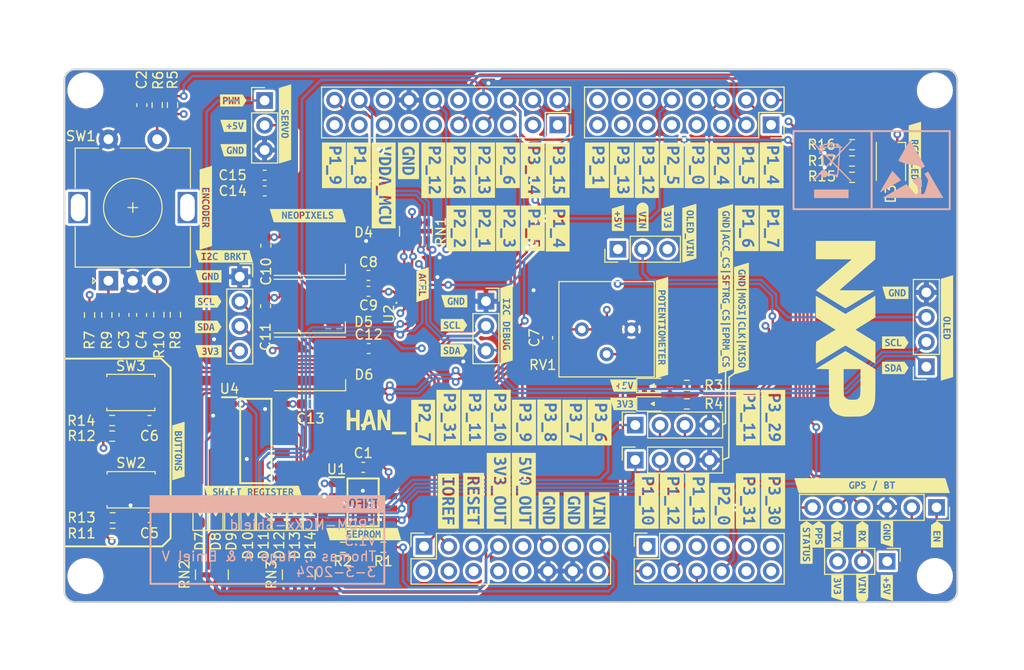
<source format=kicad_pcb>
(kicad_pcb (version 20221018) (generator pcbnew)
  (title_block (title "FRDM-MCXx_Shield") (date "2024-03-03") (rev "V1.3") (company "HAN") (comment 1 "Authors: Thomas Ijsledijk, Hugo Arends & Emiel Visser"))
  (layers (0 "F.Cu" signal) (1 "In1.Cu" power) (2 "In2.Cu" power) (31 "B.Cu" signal) (34 "B.Paste" user) (35 "F.Paste" user) (36 "B.SilkS" user "B.Silkscreen") (37 "F.SilkS" user "F.Silkscreen") (38 "B.Mask" user) (39 "F.Mask" user) (44 "Edge.Cuts" user))
  (net 0 "")
  (net 1 "GND")
  (net 2 "/HMI/ENC_SW_RAW")
  (net 3 "/HMI/ENC_A_RAW")
  (net 4 "/HMI/ENC_B_RAW")
  (net 5 "+3.3V")
  (net 6 "/Actuators/LED_A")
  (net 7 "/Actuators/LED_B")
  (net 8 "/Actuators/LED_C")
  (net 9 "/Actuators/LED_D")
  (net 10 "Net-(D8-K)")
  (net 11 "/Actuators/LED_E")
  (net 12 "Net-(D9-K)")
  (net 13 "/Actuators/LED_F")
  (net 14 "Net-(D10-K)")
  (net 15 "/Actuators/LED_G")
  (net 16 "Net-(D11-K)")
  (net 17 "/Actuators/LED_H")
  (net 18 "/LED_NEOPIXEL")
  (net 19 "/RX")
  (net 20 "/TX")
  (net 21 "/ENC_B")
  (net 22 "/ADC_OUT")
  (net 23 "/ENC_A")
  (net 24 "/SERVO_PWM")
  (net 25 "/BT_EN")
  (net 26 "/ENC_SW")
  (net 27 "/LED_R")
  (net 28 "/LED_G")
  (net 29 "/LED_B")
  (net 30 "+5V")
  (net 31 "/SCL")
  (net 32 "/SDA")
  (net 33 "/~{EEPROM_CS}")
  (net 34 "/SPI_MISO")
  (net 35 "/SPI_MOSI")
  (net 36 "/SPI_CLK")
  (net 37 "Net-(D1-A)")
  (net 38 "Net-(D2-A)")
  (net 39 "Net-(D5-DOUT)")
  (net 40 "Net-(D12-K)")
  (net 41 "Net-(D13-K)")
  (net 42 "Net-(D14-K)")
  (net 62 "/~{ACC_CS}")
  (net 73 "/BT_STATE{slash}GPS_PPS")
  (net 74 "/ACC_INT1")
  (net 75 "/WRITE_PROT")
  (net 77 "Net-(D3-RK)")
  (net 78 "Net-(D3-GK)")
  (net 79 "Net-(D3-BK)")
  (net 80 "Net-(D4-DOUT)")
  (net 82 "Net-(D7-K)")
  (net 83 "Net-(J6-Pin_3)")
  (net 84 "Net-(J7-Pin_2)")
  (net 85 "/SWITCH1")
  (net 86 "/SWITCH2")
  (net 87 "Net-(R13-Pad1)")
  (net 88 "/ACC_INT2")
  (net 89 "/~{HOLD}")
  (net 90 "/~{SHIFTREG_CS}")
  (net 91 "Net-(R14-Pad1)")
  (footprint "kibuzzard-65D5B943" (layer "F.Cu") (at 188.425 112.26 -90)
    (fp_text reference "kibuzzard-65D5B943" hide)
    (fp_text value "G***" hide)
  )
  (footprint "Resistor_SMD:R_0603_1608Metric_Pad0.98x0.95mm_HandSolder" (layer "F.Cu") (at 167.95 91.5 180)
    (fp_text reference "R3")
    (fp_text value "430")
  )
  (footprint "Capacitor_SMD:C_0603_1608Metric_Pad1.08x0.95mm_HandSolder" (layer "F.Cu") (at 110.3 84.275 90)
    (fp_text reference "C3")
    (fp_text value "100nF")
  )
  (footprint "Rotary_Encoder:RotaryEncoder_Alps_EC11E-Switch_Vertical_H20mm" (layer "F.Cu") (at 108.7 80.775 90)
    (fp_text reference "SW1")
    (fp_text value "PEC11L-4120F-N0020")
  )
  (footprint "LED_SMD:LED_0603_1608Metric_Pad1.05x0.95mm_HandSolder" (layer "F.Cu") (at 123 104.7 90)
    (fp_text reference "D10")
    (fp_text value "LED")
  )
  (footprint "Capacitor_SMD:C_0603_1608Metric_Pad1.08x0.95mm_HandSolder" (layer "F.Cu") (at 135.3625 87.725)
    (fp_text reference "C12")
    (fp_text value "100nF")
  )
  (footprint "Capacitor_SMD:C_0603_1608Metric_Pad1.08x0.95mm_HandSolder" (layer "F.Cu") (at 135.3375 81.86 180)
    (fp_text reference "C9")
    (fp_text value "100nF")
  )
  (footprint "User:HAN_logo" (layer "F.Cu") (at 136.15 95.25)
    (fp_text reference "G***")
    (fp_text value "LOGO" hide)
  )
  (footprint "Resistor_SMD:R_Array_Convex_4x0603" (layer "F.Cu") (at 140.2 75.7 90)
    (fp_text reference "RN1")
    (fp_text value "4.7k")
  )
  (footprint "Connector_PinHeader_2.54mm:PinHeader_1x03_P2.54mm_Vertical" (layer "F.Cu") (at 124.7 62.3)
    (fp_text reference "M1" hide)
    (fp_text value "Motor_Servo")
  )
  (footprint "Connector_PinSocket_2.54mm:PinSocket_1x04_P2.54mm_Vertical" (layer "F.Cu") (at 162.66 99.155 90)
    (fp_text reference "J3" hide)
    (fp_text value "Conn_01x04_Pin")
  )
  (footprint "Resistor_SMD:R_0603_1608Metric_Pad0.98x0.95mm_HandSolder" (layer "F.Cu") (at 106.77 84.295 90)
    (fp_text reference "R7")
    (fp_text value "10k")
  )
  (footprint "SamacSys_Parts:FXLS8974CF" (layer "F.Cu") (at 139 81.2 90)
    (fp_text reference "U2")
    (fp_text value "FXLS8974CF" hide)
  )
  (footprint "Resistor_SMD:R_0603_1608Metric_Pad0.98x0.95mm_HandSolder" (layer "F.Cu") (at 109.0875 96.7 180)
    (fp_text reference "R12")
    (fp_text value "10k")
  )
  (footprint "kibuzzard-65D9F652" (layer "F.Cu") (at 149.48 85.23 -90)
    (fp_text reference "kibuzzard-65D9F652" hide)
    (fp_text value "G***" hide)
  )
  (footprint "Capacitor_SMD:C_0603_1608Metric_Pad1.08x0.95mm_HandSolder" (layer "F.Cu") (at 112.925 105.05)
    (fp_text reference "C5")
    (fp_text value "100nF")
  )
  (footprint "LED_SMD:LED_0603_1608Metric_Pad1.05x0.95mm_HandSolder" (layer "F.Cu") (at 127.8 104.7 90)
    (fp_text reference "D13")
    (fp_text value "LED")
  )
  (footprint "kibuzzard-65D9F92F" (layer "F.Cu") (at 171.91 81.62 -90)
    (fp_text reference "kibuzzard-65D9F92F" hide)
    (fp_text value "G***" hide)
  )
  (footprint "Resistor_SMD:R_0603_1608Metric_Pad0.98x0.95mm_HandSolder" (layer "F.Cu") (at 115.56 84.26 90)
    (fp_text reference "R8")
    (fp_text value "10k")
  )
  (footprint "kibuzzard-65D5B8E6" (layer "F.Cu") (at 183.34 106.76 -90)
    (fp_text reference "kibuzzard-65D5B8E6" hide)
    (fp_text value "G***" hide)
  )
  (footprint "kibuzzard-65D9F1EE" (layer "F.Cu") (at 163.41 74.22 -90)
    (fp_text reference "kibuzzard-65D9F1EE" hide)
    (fp_text value "G***" hide)
  )
  (footprint "kibuzzard-65D5B8D9" (layer "F.Cu") (at 185.915 106.76 -90)
    (fp_text reference "kibuzzard-65D5B8D9" hide)
    (fp_text value "G***" hide)
  )
  (footprint "Connector_PinSocket_2.54mm:PinSocket_1x06_P2.54mm_Vertical" (layer "F.Cu") (at 193.52 104.005 -90)
    (fp_text reference "J7" hide)
    (fp_text value "Conn_01x06_Socket")
  )
  (footprint "kibuzzard-65C7C6B6" (layer "F.Cu") (at 161.42 93.4)
    (fp_text reference "kibuzzard-65C7C6B6" hide)
    (fp_text value "G***" hide)
  )
  (footprint "kibuzzard-65C7C5A7" (layer "F.Cu") (at 189.3 82.01)
    (fp_text reference "kibuzzard-65C7C5A7" hide)
    (fp_text value "G***" hide)
  )
  (footprint "LED_SMD:LED_SK6812_PLCC4_5.0x5.0mm_P3.2mm" (layer "F.Cu") (at 129.325 83.375)
    (fp_text reference "D5")
    (fp_text value "SK6812")
  )
  (footprint "kibuzzard-65C7C751" (layer "F.Cu") (at 118.925 82.9)
    (fp_text reference "kibuzzard-65C7C751" hide)
    (fp_text value "G***" hide)
  )
  (footprint "kibuzzard-65D5B980" (layer "F.Cu") (at 181.465 106.76 -90)
    (fp_text reference "kibuzzard-65D5B980" hide)
    (fp_text value "G***" hide)
  )
  (footprint "Capacitor_SMD:C_0603_1608Metric_Pad1.08x0.95mm_HandSolder" (layer "F.Cu") (at 124.71 71.57)
    (fp_text reference "C14")
    (fp_text value "10uF")
  )
  (footprint "LED_SMD:LED_Cree-PLCC4_3.2x2.8mm_CCW" (layer "F.Cu") (at 188.85 68.55 -90)
    (fp_text reference "D3")
    (fp_text value "LED_RGAB")
  )
  (footprint "LED_SMD:LED_0603_1608Metric_Pad1.05x0.95mm_HandSolder" (layer "F.Cu") (at 164.475 91.51)
    (fp_text reference "D1" hide)
    (fp_text value "RED")
  )
  (footprint "LED_SMD:LED_0603_1608Metric_Pad1.05x0.95mm_HandSolder" (layer "F.Cu") (at 121.34 104.7 90)
    (fp_text reference "D9")
    (fp_text value "LED")
  )
  (footprint "LED_SMD:LED_SK6812_PLCC4_5.0x5.0mm_P3.2mm" (layer "F.Cu") (at 129.35 89.3)
    (fp_text reference "D6")
    (fp_text value "SK6812")
  )
  (footprint "kibuzzard-65C7CF1C" (layer "F.Cu") (at 126.79 64.7 -90)
    (fp_text reference "kibuzzard-65C7CF1C" hide)
    (fp_text value "G***" hide)
  )
  (footprint "Connector_PinSocket_2.54mm:PinSocket_1x03_P2.54mm_Vertical" (layer "F.Cu") (at 147.37 82.87)
    (fp_text reference "J4" hide)
    (fp_text value "Conn_01x03_Pin")
  )
  (footprint "LED_SMD:LED_0603_1608Metric_Pad1.05x0.95mm_HandSolder" (layer "F.Cu") (at 119.7 104.7 90)
    (fp_text reference "D8")
    (fp_text value "LED")
  )
  (footprint "kibuzzard-65D5B8C7" (layer "F.Cu") (at 188.44 106.735 -90)
    (fp_text reference "kibuzzard-65D5B8C7" hide)
    (fp_text value "G***" hide)
  )
  (footprint "kibuzzard-65C7C6CC" (layer "F.Cu") (at 193.565 106.76 -90)
    (fp_text reference "kibuzzard-65C7C6CC" hide)
    (fp_text value "G***" hide)
  )
  (footprint "kibuzzard-65C7CCAF" (layer "F.Cu") (at 140.88 81.18 -90)
    (fp_text reference "kibuzzard-65C7CCAF" hide)
    (fp_text value "G***" hide)
  )
  (footprint "Resistor_SMD:R_0603_1608Metric_Pad0.98x0.95mm_HandSolder" (layer "F.Cu") (at 115.27 62.76 -90)
    (fp_text reference "R5")
    (fp_text value "10k")
  )
  (footprint "LED_SMD:LED_0603_1608Metric_Pad1.05x0.95mm_HandSolder" (layer "F.Cu") (at 118.1 104.7 90)
    (fp_text reference "D7")
    (fp_text value "LED")
  )
  (footprint "Button_Switch_SMD:SW_SPST_EVQP2" (layer "F.Cu") (at 111 92.225)
    (fp_text reference "SW3")
    (fp_text value "SW_Push")
  )
  (footprint "Potentiometer_THT:Potentiometer_Bourns_3386P_Vertical" (layer "F.Cu") (at 157.19 85.76 -90)
    (fp_text reference "RV1")
    (fp_text value "5k")
  )
  (footprint "Connector_PinSocket_2.54mm:PinSocket_1x04_P2.54mm_Vertical" (layer "F.Cu") (at 162.66 95.565 90)
    (fp_text reference "J2" hide)
    (fp_text value "Conn_01x04_Pin")
  )
  (footprint "kibuzzard-65C7C751" (layer "F.Cu") (at 144.1 85.325)
    (fp_text reference "kibuzzard-65C7C751" hide)
    (fp_text value "G***" hide)
  )
  (footprint "kibuzzard-65C7C77A" (layer "F.Cu") (at 144.1 87.925)
    (fp_text reference "kibuzzard-65C7C77A" hide)
    (fp_text value "G***" hide)
  )
  (footprint "kibuzzard-65D9F210" (layer "F.Cu") (at 185.91 112.25 -90)
    (fp_text reference "kibuzzard-65D9F210" hide)
    (fp_text value "G***" hide)
  )
  (footprint "kibuzzard-65C7C77A" (layer "F.Cu") (at 189.3 89.71)
    (fp_text reference "kibuzzard-65C7C77A" hide)
    (fp_text value "G***" hide)
  )
  (footprint "Button_Switch_SMD:SW_SPST_EVQP2" (layer "F.Cu") (at 111.025 102.2)
    (fp_text reference "SW2")
    (fp_text value "SW_Push")
  )
  (footprint "kibuzzard-65D750FF" (layer "F.Cu") (at 129.125 74.05)
    (fp_text reference "kibuzzard-65D750FF" hide)
    (fp_text value "G***" hide)
  )
  (footprint "Connector_PinHeader_2.54mm:PinHeader_1x03_P2.54mm_Vertical" (layer "F.Cu") (at 188.465 109.535 -90)
    (fp_text reference "JP2" hide)
    (fp_text value "SolderJumper_3_Open")
  )
  (footprint "Resistor_SMD:R_0603_1608Metric_Pad0.98x0.95mm_HandSolder" (layer "F.Cu") (at 136.8575 108.09)
    (fp_text reference "R1")
    (fp_text value "10k")
  )
  (footprint "Capacitor_SMD:C_0603_1608Metric_Pad1.08x0.95mm_HandSolder" (layer "F.Cu") (at 112.13 62.77 -90)
    (fp_text reference "C2")
    (fp_text value "100nF")
  )
  (footprint "Connector_PinHeader_2.54mm:PinHeader_1x03_P2.54mm_Vertical" (layer "F.Cu") (at 160.88 77.54 90)
    (fp_text reference "JP1" hide)
    (fp_text value "SolderJumper_3_Open")
  )
  (footprint "LED_SMD:LED_0603_1608Metric_Pad1.05x0.95mm_HandSolder" (layer "F.Cu") (at 129.4 104.7 90)
    (fp_text reference "D14")
    (fp_text value "LED")
  )
  (footprint "Resistor_SMD:R_Array_Convex_4x0603" (layer "F.Cu") (at 119.3 110.9 90)
    (fp_text reference "RN2")
    (fp_text value "430")
  )
  (footprint "kibuzzard-65D9ED05" (layer "F.Cu") (at 194.59 85.61 -90)
    (fp_text reference "kibuzzard-65D9ED05" hide)
    (fp_text value "G***" hide)
  )
  (footprint "Capacitor_SMD:C_0603_1608Metric_Pad1.08x0.95mm_HandSolder" (layer "F.Cu") (at 112.9 95.1)
    (fp_text reference "C6")
    (fp_text value "100nF")
  )
  (footprint "Resistor_SMD:R_0603_1608Metric_Pad0.98x0.95mm_HandSolder" (layer "F.Cu") (at 184.8625 70.175)
    (fp_text reference "R15")
    (fp_text value "430")
  )
  (footprint "kibuzzard-65D5C99D" (layer "F.Cu") (at 186.915 101.77)
    (fp_text reference "kibuzzard-65D5C99D" hide)
    (fp_text value "G***" hide)
  )
  (footprint "Resistor_SMD:R_0603_1608Metric_Pad0.98x0.95mm_HandSolder" (layer "F.Cu") (at 108.54 84.27 -90)
    (fp_text reference "R9")
    (fp_text value "1k")
  )
  (footprint "SamacSys_Parts:SOIC127P600X175-14N" (layer "F.Cu") (at 123.8 97.2)
    (fp_text reference "U4")
    (fp_text value "SN74LV164ADR" hide)
  )
  (footprint "Resistor_SMD:R_0603_1608Metric_Pad0.98x0.95mm_HandSolder" (layer "F.Cu") (at 167.95 93.4 180)
    (fp_text reference "R4")
    (fp_text value "680")
  )
  (footprint "Capacitor_SMD:C_0603_1608Metric_Pad1.08x0.95mm_HandSolder" (layer "F.Cu") (at 124.801 83.375 -90)
    (fp_text reference "C11")
    (fp_text value "100nF")
  )
  (footprint "Resistor_SMD:R_0603_1608Metric_Pad0.98x0.95mm_HandSolder" (layer "F.Cu") (at 184.8625 68.5)
    (fp_text reference "R17")
    (fp_text value "430")
  )
  (footprint "Resistor_SMD:R_0603_1608Metric_Pad0.98x0.95mm_HandSolder" (layer "F.Cu") (at 113.87 84.26 -90)
    (fp_text reference "R10")
    (fp_text value "1k")
  )
  (footprint "kibuzzard-65D9F158" (layer "F.Cu") (at 165.99 74.33 -90)
    (fp_text reference "kibuzzard-65D9F158" hide)
    (fp_text value "G***" hide)
  )
  (footprint "Resistor_SMD:R_0603_1608Metric_Pad0.98x0.95mm_HandSolder" (layer "F.Cu") (at 184.8625 66.825)
    (fp_text reference "R16")
    (fp_text value "430")
  )
  (footprint "kibuzzard-65C7C6A4" (layer "F.Cu") (at 161.41 91.52)
    (fp_text reference "kibuzzard-65C7C6A4" hide)
    (fp_text value "G***" hide)
  )
  (footprint "Resistor_SMD:R_0603_1608Metric_Pad0.98x0.95mm_HandSolder" (layer "F.Cu") (at 113.7 62.775 90)
    (fp_text reference "R6")
    (fp_text value "1k")
  )
  (footprint "Capacitor_SMD:C_0603_1608Metric_Pad1.08x0.95mm_HandSolder" (layer "F.Cu") (at 124.7 69.96)
    (fp_text reference "C15")
    (fp_text value "100nF")
  )
  (footprint "kibuzzard-65C7CF02" (layer "F.Cu") (at 118.68 73.295 -90)
    (fp_text reference "kibuzzard-65C7CF02" hide)
    (fp_text value "G***" hide)
  )
  (footprint "kibuzzard-65D74C28" (layer "F.Cu") (at 115.875 98.225 -90)
    (fp_text reference "kibuzzard-65D74C28" hide)
    (fp_text value "G***" hide)
  )
  (footprint "Resistor_SMD:R_0603_1608Metric_Pad0.98x0.95mm_HandSolder" (layer "F.Cu") (at 109.1375 105.075)
    (fp_text reference "R13")
    (fp_text value "1k")
  )
  (footprint "kibuzzard-65C7CAB6" (layer "F.Cu") (at 123.54 102.42)
    (fp_text reference "kibuzzard-65C7CAB6" hide)
    (fp_text value "G***" hide)
  )
  (footprint "kibuzzard-65D9F962" (layer "F.Cu") (at 173.54 84.65 -90)
    (fp_text reference "kibuzzard-65D9F962" hide)
    (fp_text value "G***" hide)
  )
  (footprint "Capacitor_SMD:C_0603_1608Metric_Pad1.08x0.95mm_HandSolder" (layer "F.Cu") (at 135.33 80.23 180)
    (fp_text reference "C8")
    (fp_text value "1uF")
  )
  (footprint "kibuzzard-65C7C5C0" (layer "F.Cu") (at 121.5 64.9)
    (fp_text reference "kibuzzard-65C7C5C0" hide)
    (fp_text value "G***" hide)
  )
  (footprint "LED_SMD:LED_0603_1608Metric_Pad1.05x0.95mm_HandSolder" (layer "F.Cu") (at 126.2 104.7 90)
    (fp_text reference "D12")
    (fp_text value "LED")
  )
  (footprint "Capacitor_SMD:C_0603_1608Metric_Pad1.08x0.95mm_HandSolder" (layer "F.Cu") (at 129.4 93.4)
    (fp_text reference "C13")
    (fp_text value "100nF")
  )
  (footprint "LED_SMD:LED_SK6812_PLCC4_5.0x5.0mm_P3.2mm" (layer "F.Cu") (at 129.325 77.475)
    (fp_text reference "D4")
    (fp_text value "SK6812")
  )
  (footprint "kibuzzard-65D9F4C2" (layer "F.Cu") (at 168.2 75.9 -90)
    (fp_text reference "kibuzzard-65D9F4C2" hide)
    (fp_text value "G***" hide)
  )
  (footprint "Capacitor_SMD:C_0603_1608Metric_Pad1.08x0.95mm_HandSolder" (layer "F.Cu") (at 112.1 84.275 90)
    (fp_text reference "C4")
    (fp_text value "100nF")
  )
  (footprint "Resistor_SMD:R_0603_1608Metric_Pad0.98x0.95mm_HandSolder" (layer "F.Cu") (at 109.0875 95.1)
    (fp_text reference "R14")
    (fp_text value "1k")
  )
  (footprint "kibuzzard-65C7CB3C" (layer "F.Cu") (at 134.85 106.74)
    (fp_text reference "kibuzzard-65C7CB3C" hide)
    (fp_text value "G***" hide)
  )
  (footprint "kibuzzard-65C7C5CF" (layer "F.Cu") (at 121.5 67.4)
    (fp_text reference "kibuzzard-65C7C5CF" hide)
    (fp_text value "G***" hide)
  )
  (footprint "User:MCX-A153_Shield_Template" (layer "F.Cu") (at 150.705 54.44)
    (fp_text reference "J1")
    (fp_text value "~")
    (fp_line (start -46.511 58.132) (end -46.511 5.808) (stroke (width 0.2)) (layer "Edge.Cuts"))
    (fp_line (start -45.368 4.665) (end 43.786 4.665) (stroke (width 0.2)) (layer "Edge.Cuts"))
    (fp_line (start -45.368 59.275) (end 43.786 59.275) (stroke (width 0.2)) (layer "Edge.Cuts"))
    (fp_line (start 44.929 58.132) (end 44.929 5.808) (stroke (width 0.2)) (layer "Edge.Cuts"))
    (fp_arc (start -46.511 5.808) (mid -46.176223 4.999777) (end -45.368 4.665) (stroke (width 0.2)) (layer "Edge.Cuts"))
    (fp_arc (start -45.368 59.275) (mid -46.176224 58.940224) (end -46.511 58.132) (stroke (width 0.2)) (layer "Edge.Cuts"))
    (fp_arc (start 43.786 4.665) (mid 44.594222 4.999778) (end 44.929 5.808) (stroke (width 0.2)) (layer "Edge.Cuts"))
    (fp_arc (start 44.929 58.132) (mid 44.594223 58.940223) (end 43.786 59.275) (stroke (width 0.2)) (layer "Edge.Cuts"))
  )
  (footprint "kibuzzard-65C7C77A" (layer "F.Cu") (at 118.925 85.5)
    (fp_text reference "kibuzzard-65C7C77A" hide)
    (fp_text value "G***" hide)
  )
  (footprint "kibuzzard-65C7C73C" (layer "F.Cu") (at 160.89 74.34 -90)
    (fp_text reference "kibuzzard-65C7C73C" hide)
    (fp_text value "G***" hide)
  )
  (footprint "LED_SMD:LED_0603_1608Metric_Pad1.05x0.95mm_HandSolder" (layer "F.Cu") (at 164.475 93.4)
    (fp_text reference "D2" hide)
    (fp_text value "GREEN")
  )
  (footprint "kibuzzard-65D5C7B2" (layer "F.Cu") (at 118.95 88)
    (fp_text reference "kibuzzard-65D5C7B2" hide)
    (fp_text value "G***" hide)
  )
  (footprint "Capacitor_SMD:C_0603_1608Metric_Pad1.08x0.95mm_HandSolder" (layer "F.Cu") (at 153.69 86.6225 -90)
    (fp_text reference "C7")
    (fp_text value "100nF")
  )
  (footprint "Resistor_SMD:R_0603_1608Metric_Pad0.98x0.95mm_HandSolder" (layer "F.Cu") (at 109.15 106.675 180)
    (fp_text reference "R11")
    (fp_text value "10k")
  )
  (footprint "kibuzzard-65C7CD45" (layer "F.Cu") (at 165.4 85.58 -90)
    (fp_text reference "kibuzzard-65C7CD45" hide)
    (fp_text value "G***" hide)
  )
  (footprint "Connector_PinSocket_2.54mm:PinSocket_1x04_P2.54mm_Vertical" (layer "F.Cu") (at 122.155 80.36)
    (fp_text reference "J5" hide)
    (fp_text value "Conn_01x04_Pin")
  )
  (footprint "kibuzzard-65D74BEE" (layer "F.Cu") (at 191.3 68.375 -90)
    (fp_text reference "kibuzzard-65D74BEE" hide)
    (fp_text value "G***" hide)
  )
  (footprint "Connector_PinSocket_2.54mm:PinSocket_1x04_P2.54mm_Vertical" (layer "F.Cu") (at 192.475 89.59 180)
    (fp_text reference "J6" hide)
    (fp_text value "Conn_01x04_Socket")
  )
  (footprint "kibuzzard-65D5C7BA" (layer "F.Cu") (at 144.12 82.87)
    (fp_text reference "kibuzzard-65D5C7BA" hide)
    (fp_text value "G***" hide)
  )
  (footprint "LED_SMD:LED_0603_1608Metric_Pad1.05x0.95mm_HandSolder" (layer "F.Cu") (at 124.6 104.7 90)
    (fp_text reference "D11")
    (fp_text value "LED")
  )
  (footprint "kibuzzard-65C7C452" (layer "F.Cu") (at 121.5 62.3)
    (fp_text reference "kibuzzard-65C7C452" hide)
    (fp_text value "G***" hide)
  )
  (footprint "Resistor_SMD:R_0603_1608Metric_Pad0.98x0.95mm_HandSolder" (layer "F.Cu") (at 132.71 108.09 180)
    (fp_text reference "R2")
    (fp_text value "10k")
  )
  (footprint "Resistor_SMD:R_Array_Convex_4x0603" (layer "F.Cu") (at 128.2 110.9 90)
    (fp_text reference "RN3")
    (fp_text value "430")
  )
  (footprint "kibuzzard-65D5C7BA" (layer "F.Cu") (at 118.95 80.325)
    (fp_text reference "kibuzzard-65D5C7BA" hide)
    (fp_text value "G***" hide)
  )
  (footprint "kibuzzard-65D5B934" (layer "F.Cu") (at 183.37 112.26 -90)
    (fp_text reference "kibuzzard-65D5B934" hide)
    (fp_text value "G***" hide)
  )
  (footprint "kibuzzard-65D9F74D" (layer "F.Cu") (at 120.56 78.28)
    (fp_text reference "kibuzzard-65D9F74D" hide)
    (fp_text value "G***" hide)
  )
  (footprint "SamacSys_Parts:SOIC127P600X175-8N" (layer "F.Cu") (at 134.785 103.49)
    (fp_text reference "U1")
    (fp_text value "M95010-RMN6TP" hide)
  )
  (footprint "kibuzzard-65D5C5A7" (layer "F.Cu") (at 180.2 107.595 -90)
    (fp_text reference "kibuzzard-65D5C5A7" hide)
    (fp_text value "G***" hide)
  )
  (footprint "kibuzzard-65C7C751" (layer "F.Cu") (at 189.3 87.11)
    (fp_text reference "kibuzzard-65C7C751" hide)
    (fp_text value "G***" hide)
  )
  (footprint "clipboard:5e83e988-b69c-43c0-b382-9b895c3e7185" (layer "F.Cu") (at 185.724471 91.139991)
    (fp_text reference "")
    (fp_text value "")
  )
  (footprint "Capacitor_SMD:C_0603_1608Metric_Pad1.08x0.95mm_HandSolder" (layer "F.Cu") (at 124.825 77.175 -90)
    (fp_text reference "C10")
    (fp_text value "100nF")
  )
  (footprint "Capacitor_SMD:C_0603_1608Metric_Pad1.08x0.95mm_HandSolder" (layer "F.Cu") (at 134.8 99.9 180)
    (fp_text reference "C1")
    (fp_text value "100nF")
  )
  (footprint "Symbol:WEEE-Logo_4.2x6mm_SilkScreen" (layer "B.Cu") (at 182.73 69.28 180)
    (fp_text reference "REF**" hide)
    (fp_text value "WEEE-Logo_4.2x6mm_SilkScreen" hide)
  )
  (footprint "Symbol:ESD-Logo_6.6x6mm_SilkScreen" (layer "B.Cu") (at 190.95176 69.324512 180)
    (fp_text reference "REF**" hide)
    (fp_text value "ESD-Logo_6.6x6mm_SilkScreen" hide)
  )
  (footprint "kibuzzard-65D74CD7" (layer "B.Cu") (at 124.99 103.6 180)
    (fp_text reference "kibuzzard-65D74CD7" hide)
    (fp_text value "G***" hide)
  )
  (gr_rect (start 178.87 65.44) (end 186.87 73.44) (stroke (width 0.2)) (fill none) (layer "B.SilkS"))
  (gr_rect (start 186.87 65.44) (end 194.87 73.44) (stroke (width 0.2)) (fill none) (layer "B.SilkS"))
  (gr_line (start 118.09 104.845) (end 118.25 104.575) (stroke (width 0.15)) (layer "F.SilkS"))
  (gr_line (start 126.19 104.84) (end 126.35 104.57) (stroke (width 0.15)) (layer "F.SilkS"))
  (gr_line (start 121.48 104.575) (end 121.18 104.575) (stroke (width 0.15)) (layer "F.SilkS"))
  (gr_line (start 123.17 104.57) (end 122.87 104.57) (stroke (width 0.15)) (layer "F.SilkS"))
  (gr_line (start 171.61 99.13) (end 172.245 98.875) (stroke (width 0.15)) (layer "F.SilkS"))
  (gr_line (start 171.91 90.09) (end 171.9 95.39) (stroke (width 0.15)) (layer "F.SilkS"))
  (gr_line (start 123.01 104.84) (end 123.17 104.57) (stroke (width 0.15)) (layer "F.SilkS"))
  (gr_line (start 127.94 104.565) (end 127.64 104.565) (stroke (width 0.15)) (layer "F.SilkS"))
  (gr_line (start 124.44 104.565) (end 124.58 104.835) (stroke (width 0.15)) (layer "F.SilkS"))
  (gr_line (start 104.13 88.76) (end 114.1 88.74) (stroke (width 0.2)) (layer "F.SilkS"))
  (gr_line (start 115.075 89.675) (end 115.07 107.16) (stroke (width 0.2)) (layer "F.SilkS"))
  (gr_line (start 127.64 104.565) (end 127.78 104.835) (stroke (width 0.15)) (layer "F.SilkS"))
  (gr_line (start 164.32 91.5) (end 164.59 91.66) (stroke (width 0.15)) (layer "F.SilkS"))
  (gr_line (start 119.55 104.565) (end 119.69 104.835) (stroke (width 0.15)) (layer "F.SilkS"))
  (gr_line (start 129.56 104.565) (end 129.26 104.565) (stroke (width 0.15)) (layer "F.SilkS"))
  (gr_line (start 129.4 104.835) (end 129.56 104.565) (stroke (width 0.15)) (layer "F.SilkS"))
  (gr_line (start 164.59 93.54) (end 164.59 93.24) (stroke (width 0.15)) (layer "F.SilkS"))
  (gr_line (start 164.32 93.38) (end 164.59 93.54) (stroke (width 0.15)) (layer "F.SilkS"))
  (gr_line (start 126.35 104.57) (end 126.05 104.57) (stroke (width 0.15)) (layer "F.SilkS"))
  (gr_line (start 121.18 104.575) (end 121.32 104.845) (stroke (width 0.15)) (layer "F.SilkS"))
  (gr_line (start 127.78 104.835) (end 127.94 104.565) (stroke (width 0.15)) (layer "F.SilkS"))
  (gr_line (start 164.59 91.36) (end 164.32 91.5) (stroke (width 0.15)) (layer "F.SilkS"))
  (gr_line (start 122.87 104.57) (end 123.01 104.84) (stroke (width 0.15)) (layer "F.SilkS"))
  (gr_line (start 119.69 104.835) (end 119.85 104.565) (stroke (width 0.15)) (layer "F.SilkS"))
  (gr_line (start 114.1 88.74) (end 115.075 89.675) (stroke (width 0.2)) (layer "F.SilkS"))
  (gr_line (start 118.25 104.575) (end 117.95 104.575) (stroke (width 0.15)) (layer "F.SilkS"))
  (gr_line (start 117.95 104.575) (end 118.09 104.845) (stroke (width 0.15)) (layer "F.SilkS"))
  (gr_line (start 115.07 107.16) (end 114.22 108) (stroke (width 0.2)) (layer "F.SilkS"))
  (gr_line (start 121.32 104.845) (end 121.48 104.575) (stroke (width 0.15)) (layer "F.SilkS"))
  (gr_line (start 124.74 104.565) (end 124.44 104.565) (stroke (width 0.15)) (layer "F.SilkS"))
  (gr_line (start 164.59 93.24) (end 164.32 93.38) (stroke (width 0.15)) (layer "F.SilkS"))
  (gr_line (start 126.05 104.57) (end 126.19 104.84) (stroke (width 0.15)) (layer "F.SilkS"))
  (gr_line (start 119.85 104.565) (end 119.55 104.565) (stroke (width 0.15)) (layer "F.SilkS"))
  (gr_line (start 172.27 90.67) (end 172.82 90.27) (stroke (width 0.15)) (layer "F.SilkS"))
  (gr_line (start 129.26 104.565) (end 129.4 104.835) (stroke (width 0.15)) (layer "F.SilkS"))
  (gr_line (start 164.59 91.66) (end 164.59 91.36) (stroke (width 0.15)) (layer "F.SilkS"))
  (gr_line (start 114.22 108) (end 104.14 108) (stroke (width 0.2)) (layer "F.SilkS"))
  (gr_line (start 124.58 104.835) (end 124.74 104.565) (stroke (width 0.15)) (layer "F.SilkS"))
  (gr_line (start 172.27 90.67) (end 172.245 98.875) (stroke (width 0.15)) (layer "F.SilkS"))
  (gr_line (start 171.61 95.54) (end 171.9 95.39) (stroke (width 0.15)) (layer "F.SilkS"))
  (gr_text "REV: 1.3" (at 183.075 60.625) (layer "F.Cu") (effects (font (size 1 1) (thickness 0.25) bold) (justify left bottom)))
  (gr_text_box "FRDM-MCXx-Shield\nV1.3\nThomas I, Hugo A & Emiel V\n3-3-2024" (start 113.0123 104.47) (end 136.9577 111.84) (layer "B.SilkS") (effects (font (size 1 1)) (justify left top mirror)) (stroke (width 0.2)))
  (segment (start 138.6 82.365685) (end 138.5875 82.378185) (width 0.25) (layer "F.Cu") (net 1))
  (segment (start 138.2 79.4) (end 137.9 79.1) (width 0.25) (layer "F.Cu") (net 1))
  (segment (start 138.6 82.2) (end 138.6 82.365685) (width 0.25) (layer "F.Cu") (net 1))
  (segment (start 138.5875 82.378185) (end 138.5875 82.9125) (width 0.25) (layer "F.Cu") (net 1))
  (segment (start 138.2 80.2) (end 138.2 79.4) (width 0.25) (layer "F.Cu") (net 1))
  (segment (start 138.5875 82.9125) (end 138.3 83.2) (width 0.25) (layer "F.Cu") (net 1))
  (via (at 142.63 78.39) (size 0.8) (drill 0.4) (layers "F.Cu" "B.Cu") (net 1))
  (via (at 110.975 103.8) (size 0.8) (drill 0.4) (layers "F.Cu" "B.Cu") (net 1))
  (via (at 134.76 102.3) (size 0.8) (drill 0.4) (layers "F.Cu" "B.Cu") (net 1))
  (via (at 135.1 76.7) (size 0.8) (drill 0.4) (layers "F.Cu" "B.Cu") (net 1))
  (via (at 119.425 94.6) (size 0.8) (drill 0.4) (layers "F.Cu" "B.Cu") (net 1))
  (via (at 147.625 60.525) (size 0.8) (drill 0.4) (layers "F.Cu" "B.Cu") (net 1))
  (via (at 119.525 86.775) (size 0.8) (drill 0.4) (layers "F.Cu" "B.Cu") (net 1))
  (via (at 121.7 102.1) (size 0.8) (drill 0.4) (layers "F.Cu" "B.Cu") (net 1))
  (via (at 152.25 81.75) (size 0.8) (drill 0.4) (layers "F.Cu" "B.Cu") (net 1))
  (via (at 182.05 67.675) (size 0.8) (drill 0.4) (layers "F.Cu" "B.Cu") (net 1))
  (via (at 142.4 80.4) (size 0.8) (drill 0.4) (layers "F.Cu" "B.Cu") (net 1))
  (via (at 122.875 99.05) (size 0.8) (drill 0.4) (layers "F.Cu" "B.Cu") (net 1))
  (via (at 120.8 102.1) (size 0.8) (drill 0.4) (layers "F.Cu" "B.Cu") (net 1))
  (via (at 145.05 89.05) (size 0.8) (drill 0.4) (layers "F.Cu" "B.Cu") (net 1))
  (via (at 124.75 93.925) (size 0.8) (drill 0.4) (layers "F.Cu" "B.Cu") (net 1))
  (via (at 182.05 69.175) (size 0.8) (drill 0.4) (layers "F.Cu" "B.Cu") (net 1))
  (segment (start 113.7 66.275) (end 113.7 63.6875) (width 0.25) (layer "F.Cu") (net 2))
  (segment (start 108.7 80.775) (end 108.7 83.2825) (width 0.25) (layer "F.Cu") (net 3))
  (segment (start 113.7 83.3625) (end 113.7 80.775) (width 0.25) (layer "F.Cu") (net 4))
  (segment (start 135.6625 99.9) (end 136.925 99.9) (width 0.25) (layer "F.Cu") (net 5))
  (segment (start 137.86 81.86) (end 138.2 82.2) (width 0.25) (layer "F.Cu") (net 5))
  (segment (start 135.7375 108.075) (end 135.6875 108.025) (width 0.25) (layer "F.Cu") (net 5))
  (segment (start 189.5 65.775) (end 189.5 67.25) (width 0.25) (layer "F.Cu") (net 5))
  (segment (start 106.77 82.23) (end 106.77 83.3825) (width 0.25) (layer "F.Cu") (net 5))
  (segment (start 122.15 87.95) (end 120.575 87.95) (width 0.25) (layer "F.Cu") (net 5))
  (segment (start 169.7125 92.35) (end 168.8625 91.5) (width 0.25) (layer "F.Cu") (net 5))
  (segment (start 138.2 82.2) (end 138.2 81.6) (width 0.25) (layer "F.Cu") (net 5))
  (segment (start 124.825 76.3125) (end 126.4375 76.3125) (width 0.25) (layer "F.Cu") (net 5))
  (segment (start 176 85.4) (end 176.35 85.75) (width 0.25) (layer "F.Cu") (net 5))
  (segment (start 108.175 96.7) (end 108.175 97.9) (width 0.25) (layer "F.Cu") (net 5))
  (segment (start 120.575 87.95) (end 120.225 87.6) (width 0.25) (layer "F.Cu") (net 5))
  (segment (start 126.4375 76.3125) (end 126.875 75.875) (width 0.25) (layer "F.Cu") (net 5))
  (segment (start 119.675 83.4) (end 115.6125 83.4) (width 0.25) (layer "F.Cu") (net 5))
  (segment (start 159.755 85.17) (end 159.165 85.76) (width 0.25) (layer "F.Cu") (net 5))
  (segment (start 139.8 73.7) (end 139.8 74.8) (width 0.25) (layer "F.Cu") (net 5))
  (segment (start 126.9 87.7) (end 125.75 87.7) (width 0.25) (layer "F.Cu") (net 5))
  (segment (start 125.75 87.7) (end 125.525 87.925) (width 0.25) (layer "F.Cu") (net 5))
  (segment (start 126.512 93.39) (end 128.5275 93.39) (width 0.25) (layer "F.Cu") (net 5))
  (segment (start 157.19 85.76) (end 153.69 85.76) (width 0.25) (layer "F.Cu") (net 5))
  (segment (start 137.4 101.488) (end 137.497 101.585) (width 0.25) (layer "F.Cu") (net 5))
  (segment (start 116.42 63.6875) (end 115.285 63.6875) (width 0.25) (layer "F.Cu") (net 5))
  (segment (start 134.275 88.525) (end 127.725 88.525) (width 0.25) (layer "F.Cu") (net 5))
  (segment (start 133.6225 108.09) (end 135.945 108.09) (width 0.25) (layer "F.Cu") (net 5))
  (segment (start 159.755 83.745) (end 159.755 85.17) (width 0.25) (layer "F.Cu") (net 5))
  (segment (start 159.165 85.76) (end 157.19 85.76) (width 0.25) (layer "F.Cu") (net 5))
  (segment (start 137.4 100.375) (end 137.4 101.488) (width 0.25) (layer "F.Cu") (net 5))
  (segment (start 126.1375 82.5125) (end 126.875 81.775) (width 0.25) (layer "F.Cu") (net 5))
  (segment (start 109.05 107.47) (end 109.0325 107.47) (width 0.25) (layer "F.Cu") (net 5))
  (segment (start 135.6875 101.9575) (end 136.06 101.585) (width 0.25) (layer "F.Cu") (net 5))
  (segment (start 115.285 63.6875) (end 115.27 63.6725) (width 0.25) (layer "F.Cu") (net 5))
  (segment (start 135.6875 108.025) (end 135.6875 101.9575) (width 0.25) (layer "F.Cu") (net 5))
  (segment (start 134.5 87.725) (end 134.5 88.3) (width 0.25) (layer "F.Cu") (net 5))
  (segment (start 139 74.8) (end 141.4 74.8) (width 0.25) (layer "F.Cu") (net 5))
  (segment (start 136.925 99.9) (end 137.4 100.375) (width 0.25) (layer "F.Cu") (net 5))
  (segment (start 136.2 80.16) (end 136.2 81.86) (width 0.25) (layer "F.Cu") (net 5))
  (segment (start 189.5 67.25) (end 189.55 67.3) (width 0.25) (layer "F.Cu") (net 5))
  (segment (start 134.5 88.3) (end 134.275 88.525) (width 0.25) (layer "F.Cu") (net 5))
  (segment (start 106.78 82.22) (end 106.77 82.23) (width 0.25) (layer "F.Cu") (net 5))
  (segment (start 138.6 81.2) (end 138.6 80.2) (width 0.25) (layer "F.Cu") (net 5))
  (segment (start 115.6125 83.4) (end 115.56 83.3475) (width 0.25) (layer "F.Cu") (net 5))
  (segment (start 176.35 91.055026) (end 175.055026 92.35) (width 0.25) (layer "F.Cu") (net 5))
  (segment (start 136.06 101.585) (end 137.497 101.585) (width 0.25) (layer "F.Cu") (net 5))
  (segment (start 138.2 81.6) (end 138.6 81.2) (width 0.25) (layer "F.Cu") (net 5))
  (segment (start 127.725 88.525) (end 126.9 87.7) (width 0.25) (layer "F.Cu") (net 5))
  (segment (start 109.0325 107.47) (end 108.2375 106.675) (width 0.25) (layer "F.Cu") (net 5))
  (segment (start 124.801 82.5125) (end 126.1375 82.5125) (width 0.25) (layer "F.Cu") (net 5))
  (segment (start 175.055026 92.35) (end 169.7125 92.35) (width 0.25) (layer "F.Cu") (net 5))
  (segment (start 176.35 85.75) (end 176.35 91.055026) (width 0.25) (layer "F.Cu") (net 5))
  (segment (start 136.2 81.86) (end 137.86 81.86) (width 0.25) (layer "F.Cu") (net 5))
  (segment (start 120.225 87.6) (end 120.225 83.95) (width 0.25) (layer "F.Cu") (net 5))
  (segment (start 108.175 97.9) (end 108.2 97.925) (width 0.25) (layer "F.Cu") (net 5))
  (segment (start 120.225 83.95) (end 119.675 83.4) (width 0.25) (layer "F.Cu") (net 5))
  (via (at 116.42 63.6875) (size 0.8) (drill 0.4) (layers "F.Cu" "B.Cu") (net 5))
  (via (at 189.5 65.775) (size 0.8) (drill 0.4) (layers "F.Cu" "B.Cu") (net 5))
  (via (at 137.4 81.9) (size 0.8) (drill 0.4) (layers "F.Cu" "B.Cu") (net 5))
  (via (at 127.6 93.4) (size 0.8) (drill 0.4) (layers "F.Cu" "B.Cu") (net 5))
  (via (at 125.7 82.5125) (size 0.8) (drill 0.4) (layers "F.Cu" "B.Cu") (net 5))
  (via (at 109.05 107.47) (size 0.8) (drill 0.4) (layers "F.Cu" "B.Cu") (net 5))
  (via (at 176 85.4) (size 0.8) (drill 0.4) (layers "F.Cu" "B.Cu") (net 5))
  (via (at 106.78 82.22) (size 0.8) (drill 0.4) (layers "F.Cu" "B.Cu") (net 5))
  (via (at 137.4 100.375) (size 0.8) (drill 0.4) (layers "F.Cu" "B.Cu") (net 5))
  (via (at 125.525 87.925) (size 0.8) (drill 0.4) (layers "F.Cu" "B.Cu") (net 5))
  (via (at 125.675 76.3125) (size 0.8) (drill 0.4) (layers "F.Cu" "B.Cu") (net 5))
  (via (at 139.8 73.7) (size 0.8) (drill 0.4) (layers "F.Cu" "B.Cu") (net 5))
  (via (at 159.755 83.745) (size 0.8) (drill 0.4) (layers "F.Cu" "B.Cu") (net 5))
  (via (at 108.2 97.925) (size 0.8) (drill 0.4) (layers "F.Cu" "B.Cu") (net 5))
  (segment (start 118.7 103.225) (end 118.1 103.825) (width 0.25) (layer "F.Cu") (net 6))
  (segment (start 119.995 95.93) (end 118.7 97.225) (width 0.25) (layer "F.Cu") (net 6))
  (segment (start 121.088 95.93) (end 119.995 95.93) (width 0.25) (layer "F.Cu") (net 6))
  (segment (start 118.7 97.225) (end 118.7 103.225) (width 0.25) (layer "F.Cu") (net 6))
  (segment (start 119.1 98.175) (end 119.1 103.225) (width 0.25) (layer "F.Cu") (net 7))
  (segment (start 121.088 97.2) (end 120.075 97.2) (width 0.25) (layer "F.Cu") (net 7))
  (segment (start 120.075 97.2) (end 119.1 98.175) (width 0.25) (layer "F.Cu") (net 7))
  (segment (start 119.1 103.225) (end 119.7 103.825) (width 0.25) (layer "F.Cu") (net 7))
  (segment (start 119.5 102.5) (end 119.8 102.8) (width 0.25) (layer "F.Cu") (net 8))
  (segment (start 120.315 102.8) (end 121.34 103.825) (width 0.25) (layer "F.Cu") (net 8))
  (segment (start 119.8 102.8) (end 120.315 102.8) (width 0.25) (layer "F.Cu") (net 8))
  (segment (start 119.5 99.025) (end 119.5 102.5) (width 0.25) (layer "F.Cu") (net 8))
  (segment (start 120.055 98.47) (end 119.5 99.025) (width 0.25) (layer "F.Cu") (net 8))
  (segment (start 121.088 98.47) (end 120.055 98.47) (width 0.25) (layer "F.Cu") (net 8))
  (segment (start 123 100.525) (end 123 103.825) (width 0.25) (layer "F.Cu") (net 9))
  (segment (start 121.5255 99.74) (end 122.215 99.74) (width 0.25) (layer "F.Cu") (net 9))
  (segment (start 122.215 99.74) (end 123 100.525) (width 0.25) (layer "F.Cu") (net 9))
  (segment (start 119.7 105.575) (end 119.7 106.1) (width 0.25) (layer "F.Cu") (net 10))
  (segment (start 118.9 106.9) (end 118.9 110) (width 0.25) (layer "F.Cu") (net 10))
  (segment (start 119.7 106.1) (end 118.9 106.9) (width 0.25) (layer "F.Cu") (net 10))
  (segment (start 124.5 103.725) (end 124.5 99.05) (width 0.25) (layer "F.Cu") (net 11))
  (segment (start 125.08 98.47) (end 126.512 98.47) (width 0.25) (layer "F.Cu") (net 11))
  (segment (start 124.6 103.825) (end 124.5 103.725) (width 0.25) (layer "F.Cu") (net 11))
  (segment (start 124.5 99.05) (end 125.08 98.47) (width 0.25) (layer "F.Cu") (net 11))
  (segment (start 119.7 107.2) (end 119.7 110) (width 0.25) (layer "F.Cu") (net 12))
  (segment (start 120.9 106.7) (end 120.2 106.7) (width 0.25) (layer "F.Cu") (net 12))
  (segment (start 121.34 106.26) (end 120.9 106.7) (width 0.25) (layer "F.Cu") (net 12))
  (segment (start 120.2 106.7) (end 119.7 107.2) (width 0.25) (layer "F.Cu") (net 12))
  (segment (start 121.34 105.575) (end 121.34 106.26) (width 0.25) (layer "F.Cu") (net 12))
  (segment (start 127.5 97.2) (end 126.512 97.2) (width 0.25) (layer "F.Cu") (net 13))
  (segment (start 126.9 102.8) (end 127.625 102.8) (width 0.25) (layer "F.Cu") (net 13))
  (segment (start 127.625 102.8) (end 128 102.425) (width 0.25) (layer "F.Cu") (net 13))
  (segment (start 128 97.7) (end 127.5 97.2) (width 0.25) (layer "F.Cu") (net 13))
  (segment (start 128 102.425) (end 128 97.7) (width 0.25) (layer "F.Cu") (net 13))
  (segment (start 126.2 103.5) (end 126.9 102.8) (width 0.25) (layer "F.Cu") (net 13))
  (segment (start 123 106.7) (end 122.5 107.2) (width 0.25) (layer "F.Cu") (net 14))
  (segment (start 120.5 107.6) (end 120.5 110) (width 0.25) (layer "F.Cu") (net 14))
  (segment (start 120.9 107.2) (end 120.5 107.6) (width 0.25) (layer "F.Cu") (net 14))
  (segment (start 122.5 107.2) (end 120.9 107.2) (width 0.25) (layer "F.Cu") (net 14))
  (segment (start 123 105.575) (end 123 106.7) (width 0.25) (layer "F.Cu") (net 14))
  (segment (start 128.4 96.75) (end 127.58 95.93) (width 0.25) (layer "F.Cu") (net 15))
  (segment (start 127.8 103.825) (end 128.4 103.225) (width 0.25) (layer "F.Cu") (net 15))
  (segment (start 127.58 95.93) (end 126.512 95.93) (width 0.25) (layer "F.Cu") (net 15))
  (segment (start 128.4 103.225) (end 128.4 96.75) (width 0.25) (layer "F.Cu") (net 15))
  (segment (start 127 107.7) (end 126.5 107.2) (width 0.25) (layer "F.Cu") (net 16))
  (segment (start 127 110) (end 127 107.7) (width 0.25) (layer "F.Cu") (net 16))
  (segment (start 126.5 107.2) (end 125 107.2) (width 0.25) (layer "F.Cu") (net 16))
  (segment (start 124.6 106.8) (end 124.6 105.575) (width 0.25) (layer "F.Cu") (net 16))
  (segment (start 125 107.2) (end 124.6 106.8) (width 0.25) (layer "F.Cu") (net 16))
  (segment (start 128.8 103.225) (end 128.8 95.875) (width 0.25) (layer "F.Cu") (net 17))
  (segment (start 127.585 94.66) (end 126.512 94.66) (width 0.25) (layer "F.Cu") (net 17))
  (segment (start 128.8 95.875) (end 127.585 94.66) (width 0.25) (layer "F.Cu") (net 17))
  (segment (start 129.4 103.825) (end 128.8 103.225) (width 0.25) (layer "F.Cu") (net 17))
  (segment (start 169.15 70.225) (end 170.225 69.15) (width 0.25) (layer "F.Cu") (net 18))
  (segment (start 170.225 69.15) (end 170.225 63.524) (width 0.25) (layer "F.Cu") (net 18))
  (segment (start 153.724 108) (end 151.1 105.376) (width 0.25) (layer "F.Cu") (net 18))
  (segment (start 153.175 72.684315) (end 153.175 72.28) (width 0.25) (layer "F.Cu") (net 18))
  (segment (start 170.225 63.524) (end 171.494 62.255) (width 0.25) (layer "F.Cu") (net 18))
  (segment (start 132.775 70.225) (end 155.23 70.225) (width 0.25) (layer "F.Cu") (net 18))
  (segment (start 131.775 71.225) (end 132.775 70.225) (width 0.25) (layer "F.Cu") (net 18))
  (segment (start 153.18 84.145) (end 153.18 72.689315) (width 0.25) (layer "F.Cu") (net 18))
  (segment (start 153.18 72.689315) (end 153.175 72.684315) (width 0.25) (layer "F.Cu") (net 18))
  (segment (start 131.775 75.875) (end 131.775 71.225) (width 0.25) (layer "F.Cu") (net 18))
  (segment (start 155.23 70.225) (end 169.15 70.225) (width 0.25) (layer "F.Cu") (net 18))
  (segment (start 151.1 86.225) (end 153.18 84.145) (width 0.25) (layer "F.Cu") (net 18))
  (segment (start 151.1 105.376) (end 151.1 86.225) (width 0.25) (layer "F.Cu") (net 18))
  (segment (start 153.175 72.28) (end 155.23 70.225) (width 0.25) (layer "F.Cu") (net 18))
  (segment (start 184.85 102.039289) (end 184.85 102.955) (width 0.25) (layer "F.Cu") (net 19))
  (segment (start 178.370686 62.255) (end 180.3 64.184314) (width 0.25) (layer "F.Cu") (net 19))
  (segment (start 176.57 62.255) (end 178.370686 62.255) (width 0.25) (layer "F.Cu") (net 19))
  (segment (start 180.3 100.175) (end 180.925 100.8) (width 0.25) (layer "F.Cu") (net 19))
  (segment (start 180.925 100.8) (end 183.610712 100.8) (width 0.25) (layer "F.Cu") (net 19))
  (segment (start 184.85 102.955) (end 185.9 104.005) (width 0.25) (layer "F.Cu") (net 19))
  (segment (start 180.3 64.184314) (end 180.3 100.175) (width 0.25) (layer "F.Cu") (net 19))
  (segment (start 183.610712 100.8) (end 184.85 102.039289) (width 0.25) (layer "F.Cu") (net 19))
  (segment (start 175.275 63.5) (end 174.03 62.255) (width 0.25) (layer "F.Cu") (net 20))
  (segment (start 184.45 102.975) (end 184.45 102.204974) (width 0.25) (layer "F.Cu") (net 20))
  (segment (start 183.42 104.005) (end 184.45 102.975) (width 0.25) (layer "F.Cu") (net 20))
  (segment (start 179.9 64.35) (end 179.05 63.5) (width 0.25) (layer "F.Cu") (net 20))
  (segment (start 179.9 100.340686) (end 179.9 64.35) (width 0.25) (layer "F.Cu") (net 20))
  (segment (start 180.759314 101.2) (end 179.9 100.340686) (width 0.25) (layer "F.Cu") (net 20))
  (segment (start 183.445026 101.2) (end 180.759314 101.2) (width 0.25) (layer "F.Cu") (net 20))
  (segment (start 184.45 102.204974) (end 183.445026 101.2) (width 0.25) (layer "F.Cu") (net 20))
  (segment (start 179.05 63.5) (end 175.275 63.5) (width 0.25) (layer "F.Cu") (net 20))
  (segment (start 183.36 104.005) (end 183.42 104.005) (width 0.25) (layer "F.Cu") (net 20))
  (segment (start 117.275 85.4) (end 117.275 89.065686) (width 0.25) (layer "F.Cu") (net 21))
  (segment (start 118.334314 90.125) (end 141.159314 90.125) (width 0.25) (layer "F.Cu") (net 21))
  (segment (start 142.1 106.92) (end 141.02 108) (width 0.25) (layer "F.Cu") (net 21))
  (segment (start 117.275 89.065686) (end 118.334314 90.125) (width 0.25) (layer "F.Cu") (net 21))
  (segment (start 117.0125 85.1375) (end 117.275 85.4) (width 0.25) (layer "F.Cu") (net 21))
  (segment (start 141.159314 90.125) (end 142.1 91.065686) (width 0.25) (layer "F.Cu") (net 21))
  (segment (start 142.1 91.065686) (end 142.1 106.92) (width 0.25) (layer "F.Cu") (net 21))
  (segment (start 112.1 85.1375) (end 117.0125 85.1375) (width 0.25) (layer "F.Cu") (net 21))
  (segment (start 161.39 109.92) (end 162.01 110.54) (width 0.25) (layer "F.Cu") (net 22))
  (segment (start 162.01 110.54) (end 163.881 110.54) (width 0.25) (layer "F.Cu") (net 22))
  (segment (start 160.72 88.3) (end 161.39 88.97) (width 0.25) (layer "F.Cu") (net 22))
  (segment (start 159.73 88.3) (end 160.72 88.3) (width 0.25) (layer "F.Cu") (net 22))
  (segment (start 161.39 88.97) (end 161.39 109.92) (width 0.25) (layer "F.Cu") (net 22))
  (segment (start 118.5 89.725) (end 117.675 88.9) (width 0.25) (layer "F.Cu") (net 23))
  (segment (start 142.5 106.87) (end 142.5 90.9) (width 0.25) (layer "F.Cu") (net 23))
  (segment (start 106.84 85.1375) (end 106.77 85.2075) (width 0.25) (layer "F.Cu") (net 23))
  (segment (start 117.15 84.225) (end 111.5375 84.225) (width 0.25) (layer "F.Cu") (net 23))
  (segment (start 110.3 85.1375) (end 106.84 85.1375) (width 0.25) (layer "F.Cu") (net 23))
  (segment (start 143.56 107.93) (end 142.5 106.87) (width 0.25) (layer "F.Cu") (net 23))
  (segment (start 117.675 88.9) (end 117.675 84.75) (width 0.25) (layer "F.Cu") (net 23))
  (segment (start 117.675 84.75) (end 117.15 84.225) (width 0.25) (layer "F.Cu") (net 23))
  (segment (start 106.99 85.1325) (end 106.915 85.2075) (width 0.25) (layer "F.Cu") (net 23))
  (segment (start 141.325 89.725) (end 118.5 89.725) (width 0.25) (layer "F.Cu") (net 23))
  (segment (start 111.5375 84.225) (end 110.7 85.0625) (width 0.25) (layer "F.Cu") (net 23))
  (segment (start 142.5 90.9) (end 141.325 89.725) (width 0.25) (layer "F.Cu") (net 23))
  (segment (start 160.425 109.621) (end 158.804 108) (width 0.25) (layer "B.Cu") (net 24))
  (segment (start 124.7 62.3) (end 119.925 62.3) (width 0.25) (layer "B.Cu") (net 24))
  (segment (start 159.9 112.6) (end 160.425 112.075) (width 0.25) (layer "B.Cu") (net 24))
  (segment (start 118.75 111.2) (end 120.15 112.6) (width 0.25) (layer "B.Cu") (net 24))
  (segment (start 160.425 112.075) (end 160.425 109.621) (width 0.25) (layer "B.Cu") (net 24))
  (segment (start 118.75 63.475) (end 118.75 111.2) (width 0.25) (layer "B.Cu") (net 24))
  (segment (start 120.15 112.6) (end 159.9 112.6) (width 0.25) (layer "B.Cu") (net 24))
  (segment (start 119.925 62.3) (end 118.75 63.475) (width 0.25) (layer "B.Cu") (net 24))
  (segment (start 189.7 108.35) (end 190.525 107.525) (width 0.25) (layer "F.Cu") (net 25))
  (segment (start 189.7 111.7) (end 189.7 108.35) (width 0.25) (layer "F.Cu") (net 25))
  (segment (start 188.65 112.75) (end 189.7 111.7) (width 0.25) (layer "F.Cu") (net 25))
  (segment (start 192.425 107.525) (end 193.52 106.43) (width 0.25) (layer "F.Cu") (net 25))
  (segment (start 169.55 112.75) (end 188.65 112.75) (width 0.25) (layer "F.Cu") (net 25))
  (segment (start 193.52 106.43) (end 193.52 104.005) (width 0.25) (layer "F.Cu") (net 25))
  (segment (start 190.525 107.525) (end 192.425 107.525) (width 0.25) (layer "F.Cu") (net 25))
  (segment (start 168.965 110.54) (end 168.965 112.165) (width 0.25) (layer "F.Cu") (net 25))
  (segment (start 168.965 112.165) (end 169.55 112.75) (width 0.25) (layer "F.Cu") (net 25))
  (segment (start 115.255 61.8625) (end 115.27 61.8475) (width 0.25) (layer "F.Cu") (net 26))
  (segment (start 113.7 61.8625) (end 115.255 61.8625) (width 0.25) (layer "F.Cu") (net 26))
  (segment (start 115.2725 61.85) (end 115.27 61.8475) (width 0.25) (layer "F.Cu") (net 26))
  (segment (start 115.22 61.8975) (end 115.27 61.8475) (width 0.25) (layer "F.Cu") (net 26))
  (segment (start 116.42 61.85) (end 115.2725 61.85) (width 0.25) (layer "F.Cu") (net 26))
  (segment (start 112.1775 61.8625) (end 112.13 61.91) (width 0.25) (layer "F.Cu") (net 26))
  (segment (start 113.7 61.8625) (end 112.1775 61.8625) (width 0.25) (layer "F.Cu") (net 26))
  (segment (start 115.2825 61.835) (end 115.27 61.8475) (width 0.25) (layer "F.Cu") (net 26))
  (via (at 116.42 61.85) (size 0.8) (drill 0.4) (layers "F.Cu" "B.Cu") (net 26))
  (segment (start 172.15 59.8) (end 172.75 60.4) (width 0.25) (layer "B.Cu") (net 26))
  (segment (start 172.75 60.4) (end 172.75 63.515) (width 0.25) (layer "B.Cu") (net 26))
  (segment (start 116.42 61.85) (end 116.42 60.69) (width 0.25) (layer "B.Cu") (net 26))
  (segment (start 117.31 59.8) (end 172.15 59.8) (width 0.25) (layer "B.Cu") (net 26))
  (segment (start 116.42 60.69) (end 117.31 59.8) (width 0.25) (layer "B.Cu") (net 26))
  (segment (start 172.75 63.515) (end 174.03 64.795) (width 0.25) (layer "B.Cu") (net 26))
  (segment (start 180.7 70.9) (end 181.425 70.175) (width 0.25) (layer "F.Cu") (net 27))
  (segment (start 181.425 70.175) (end 183.95 70.175) (width 0.25) (layer "F.Cu") (net 27))
  (segment (start 181.2 95.775) (end 180.7 95.275) (width 0.25) (layer "F.Cu") (net 27))
  (segment (start 180.7 95.275) (end 180.7 70.9) (width 0.25) (layer "F.Cu") (net 27))
  (via (at 181.2 95.775) (size 0.8) (drill 0.4) (layers "F.Cu" "B.Cu") (net 27))
  (segment (start 181.2 100.675) (end 180.3 101.575) (width 0.25) (layer "B.Cu") (net 27))
  (segment (start 172.725 102.425) (end 172.725 109.32) (width 0.25) (layer "B.Cu") (net 27))
  (segment (start 181.2 95.775) (end 181.2 100.675) (width 0.25) (layer "B.Cu") (net 27))
  (segment (start 172.725 109.32) (end 171.505 110.54) (width 0.25) (layer "B.Cu") (net 27))
  (segment (start 180.3 101.575) (end 173.575 101.575) (width 0.25) (layer "B.Cu") (net 27))
  (segment (start 173.575 101.575) (end 172.725 102.425) (width 0.25) (layer "B.Cu") (net 27))
  (segment (start 145.85 63.47) (end 145.85 60.55) (width 0.25) (layer "F.Cu") (net 28))
  (segment (start 146.75 59.65) (end 179.575 59.65) (width 0.25) (layer "F.Cu") (net 28))
  (segment (start 181.1 66.225) (end 181.7 66.825) (width 0.25) (layer "F.Cu") (net 28))
  (segment (start 179.575 59.65) (end 181.1 61.175) (width 0.25) (layer "F.Cu") (net 28))
  (segment (start 145.85 60.55) (end 146.75 59.65) (width 0.25) (layer "F.Cu") (net 28))
  (segment (start 144.58 64.74) (end 145.85 63.47) (width 0.25) (layer "F.Cu") (net 28))
  (segment (start 181.1 61.175) (end 181.1 66.225) (width 0.25) (layer "F.Cu") (net 28))
  (segment (start 181.7 66.825) (end 183.95 66.825) (width 0.25) (layer "F.Cu") (net 28))
  (segment (start 180.7 61.340686) (end 179.409314 60.05) (width 0.25) (layer "F.Cu") (net 29))
  (segment (start 180.7 67.875) (end 180.7 61.340686) (width 0.25) (layer "F.Cu") (net 29))
  (segment (start 181.325 68.5) (end 180.7 67.875) (width 0.25) (layer "F.Cu") (net 29))
  (segment (start 149.05 60.05) (end 148.375 60.725) (width 0.25) (layer "F.Cu") (net 29))
  (segment (start 148.375 60.725) (end 148.375 63.485) (width 0.25) (layer "F.Cu") (net 29))
  (segment (start 179.409314 60.05) (end 149.05 60.05) (width 0.25) (layer "F.Cu") (net 29))
  (segment (start 148.375 63.485) (end 147.12 64.74) (width 0.25) (layer "F.Cu") (net 29))
  (segment (start 183.95 68.5) (end 181.325 68.5) (width 0.25) (layer "F.Cu") (net 29))
  (segment (start 127.25 64.83) (end 124.71 64.83) (width 0.25) (layer "F.Cu") (net 30))
  (segment (start 169.546815 92.75) (end 175.220712 92.75) (width 0.25) (layer "F.Cu") (net 30))
  (segment (start 176.75 91.220712) (end 176.75 84.45) (width 0.25) (layer "F.Cu") (net 30))
  (segment (start 168.8625 93.4) (end 169.529657 92.732843) (width 0.25) (layer "F.Cu") (net 30))
  (segment (start 125.56 71.1075) (end 125.56 69.9625) (width 0.25) (layer "F.Cu") (net 30))
  (segment (start 127.34 69.96) (end 127.88 69.42) (width 0.25) (layer "F.Cu") (net 30))
  (segment (start 127.88 65.46) (end 127.25 64.83) (width 0.25) (layer "F.Cu") (net 30))
  (segment (start 127.88 69.42) (end 127.88 65.46) (width 0.25) (layer "F.Cu") (net 30))
  (segment (start 169.529657 92.732843) (end 169.546815 92.75) (width 0.25) (layer "F.Cu") (net 30))
  (segment (start 175.220712 92.75) (end 176.75 91.220712) (width 0.25) (layer "F.Cu") (net 30))
  (segment (start 125.5625 69.96) (end 127.34 69.96) (width 0.25) (layer "F.Cu") (net 30))
  (segment (start 176.75 84.45) (end 176.7 84.4) (width 0.25) (layer "F.Cu") (net 30))
  (segment (start 125.56 69.9625) (end 125.5625 69.96) (width 0.25) (layer "F.Cu") (net 30))
  (via (at 160.86 81.1) (size 0.8) (drill 0.4) (layers "F.Cu" "B.Cu") (net 30))
  (via (at 176.7 84.4) (size 0.8) (drill 0.4) (layers "F.Cu" "B.Cu") (net 30))
  (segment (start 176.7 82.375) (end 176.7 84.325) (width 0.25) (layer "B.Cu") (net 30))
  (segment (start 176.7 84.325) (end 176.795 84.42) (width 0.25) (layer "B.Cu") (net 30))
  (segment (start 175.425 81.1) (end 176.7 82.375) (width 0.25) (layer "B.Cu") (net 30))
  (segment (start 160.86 81.1) (end 175.425 81.1) (width 0.25) (layer "B.Cu") (net 30))
  (segment (start 141.4 77.505026) (end 141.494974 77.6) (width 0.25) (layer "F.Cu") (net 31))
  (segment (start 123.575 86.084314) (end 123.575 84.295) (width 0.25) (layer "F.Cu") (net 31))
  (segment (start 141.175 88.925) (end 125.269974 88.925) (width 0.25) (layer "F.Cu") (net 31))
  (segment (start 135 63.5) (end 133.096 63.5) (width 0.25) (layer "F.Cu") (net 31))
  (segment (start 133.096 63.5) (end 131.876 62.28) (width 0.25) (layer "F.Cu") (net 31))
  (segment (start 135.7 66.6) (end 135.7 64.2) (width 0.25) (layer "F.Cu") (net 31))
  (segment (start 125.269974 88.925) (end 124.525 88.180026) (width 0.25) (layer "F.Cu") (net 31))
  (segment (start 123.575 84.295) (end 122.15 82.87) (width 0.25) (layer "F.Cu") (net 31))
  (segment (start 147.35 85.325) (end 146.2 86.475) (width 0.25) (layer "F.Cu") (net 31))
  (segment (start 124.525 87.034314) (end 123.575 86.084314) (width 0.25) (layer "F.Cu") (net 31))
  (segment (start 143.625 86.475) (end 141.175 88.925) (width 0.25) (layer "F.Cu") (net 31))
  (segment (start 135.7 64.2) (end 135 63.5) (width 0.25) (layer "F.Cu") (net 31))
  (segment (start 146.2 86.475) (end 143.625 86.475) (width 0.25) (layer "F.Cu") (net 31))
  (segment (start 124.525 88.180026) (end 124.525 87.034314) (width 0.25) (layer "F.Cu") (net 31))
  (segment (start 141.494974 77.6) (end 141.9 77.6) (width 0.25) (layer "F.Cu") (net 31))
  (segment (start 136.4 67.3) (end 135.7 66.6) (width 0.25) (layer "F.Cu") (net 31))
  (segment (start 141.4 76.6) (end 141.4 77.505026) (width 0.25) (layer "F.Cu") (net 31))
  (via (at 136.4 67.3) (size 0.8) (drill 0.4) (layers "F.Cu" "B.Cu") (net 31))
  (via (at 141.9 77.6) (size 0.8) (drill 0.4) (layers "F.Cu" "B.Cu") (net 31))
  (segment (start 149.06 90.639999) (end 150.295001 91.875) (width 0.25) (layer "B.Cu") (net 31))
  (segment (start 184.165 91.875) (end 187.94 88.1) (width 0.25) (layer "B.Cu") (net 31))
  (segment (start 141.9 77.6) (end 141.65 77.85) (width 0.25) (layer "B.Cu") (net 31))
  (segment (start 141.65 77.85) (end 141.65 84.984315) (width 0.25) (layer "B.Cu") (net 31))
  (segment (start 141.5 77.2) (end 141.9 77.6) (width 0.25) (layer "B.Cu") (net 31))
  (segment (start 143.090685 86.425) (end 146.355 86.425) (width 0.25) (layer "B.Cu") (net 31))
  (segment (start 191.425 88.1) (end 192.475 87.05) (width 0.25) (layer "B.Cu") (net 31))
  (segment (start 149.06 87.1) (end 149.06 90.639999) (width 0.25) (layer "B.Cu") (net 31))
  (segment (start 141.65 84.984315) (end 143.090685 86.425) (width 0.25) (layer "B.Cu") (net 31))
  (segment (start 136.1 70.259314) (end 137.415686 71.575) (width 0.25) (layer "B.Cu") (net 31))
  (segment (start 136.4 67.3) (end 136.1 67.6) (width 0.25) (layer "B.Cu") (net 31))
  (segment (start 146.355 86.425) (end 147.37 85.41) (width 0.25) (layer "B.Cu") (net 31))
  (segment (start 136.1 67.6) (end 136.1 70.259314) (width 0.25) (layer "B.Cu") (net 31))
  (segment (start 150.295001 91.875) (end 184.165 91.875) (width 0.25) (layer "B.Cu") (net 31))
  (segment (start 141.5 72.718199) (end 141.5 77.2) (width 0.25) (layer "B.Cu") (net 31))
  (segment (start 147.37 85.41) (end 149.06 87.1) (width 0.25) (layer "B.Cu") (net 31))
  (segment (start 140.356802 71.575) (end 141.5 72.718199) (width 0.25) (layer "B.Cu") (net 31))
  (segment (start 137.415686 71.575) (end 140.356802 71.575) (width 0.25) (layer "B.Cu") (net 31))
  (segment (start 187.94 88.1) (end 191.425 88.1) (width 0.25) (layer "B.Cu") (net 31))
  (segment (start 143.790686 86.875) (end 141.340685 89.325) (width 0.25) (layer "F.Cu") (net 32))
  (segment (start 124.125 88.345711) (end 124.125 87.2) (width 0.25) (layer "F.Cu") (net 32))
  (segment (start 122.335 85.41) (end 122.15 85.41) (width 0.25) (layer "F.Cu") (net 32))
  (segment (start 124.125 87.2) (end 122.335 85.41) (width 0.25) (layer "F.Cu") (net 32))
  (segment (start 146.25 86.875) (end 143.790686 86.875) (width 0.25) (layer "F.Cu") (net 32))
  (segment (start 140.7 77.3) (end 140.6 77.2) (width 0.25) (layer "F.Cu") (net 32))
  (segment (start 125.104288 89.325) (end 124.125 88.345711) (width 0.25) (layer "F.Cu") (net 32))
  (segment (start 140.6 77.2) (end 140.6 76.6) (width 0.25) (layer "F.Cu") (net 32))
  (segment (start 141.340685 89.325) (end 125.104288 89.325) (width 0.25) (layer "F.Cu") (net 32))
  (segment (start 140.7 77.6) (end 140.7 77.3) (width 0.25) (layer "F.Cu") (net 32))
  (segment (start 147.24 87.865) (end 146.25 86.875) (width 0.25) (layer "F.Cu") (net 32))
  (via (at 140.7 77.6) (size 0.8) (drill 0.4) (layers "F.Cu" "B.Cu") (net 32))
  (segment (start 191.385 88.5) (end 192.475 89.59) (width 0.25) (layer "B.Cu") (net 32))
  (segment (start 141.1 77.2) (end 141.1 72.883884) (width 0.25) (layer "B.Cu") (net 32))
  (segment (start 148.375 87.865) (end 148.66 88.15) (width 0.25) (layer "B.Cu") (net 32))
  (segment (start 148.66 90.805685) (end 150.129316 92.275) (width 0.25) (layer "B.Cu") (net 32))
  (segment (start 135.7 63.564) (end 134.416 62.28) (width 0.25) (layer "B.Cu") (net 32))
  (segment (start 140.191116 71.975) (end 137.25 71.975) (width 0.25) (layer "B.Cu") (net 32))
  (segment (start 146.2 86.825) (end 142.924999 86.825) (width 0.25) (layer "B.Cu") (net 32))
  (segment (start 141.25 85.15) (end 141.25 78.15) (width 0.25) (layer "B.Cu") (net 32))
  (segment (start 137.25 71.975) (end 135.7 70.425) (width 0.25) (layer "B.Cu") (net 32))
  (segment (start 135.7 70.425) (end 135.7 63.564) (width 0.25) (layer "B.Cu") (net 32))
  (segment (start 141.1 72.883884) (end 140.191116 71.975) (width 0.25) (layer "B.Cu") (net 32))
  (segment (start 184.330686 92.275) (end 188.105686 88.5) (width 0.25) (layer "B.Cu") (net 32))
  (segment (start 147.24 87.865) (end 146.2 86.825) (width 0.25) (layer "B.Cu") (net 32))
  (segment (start 147.485 87.865) (end 148.375 87.865) (width 0.25) (layer "B.Cu") (net 32))
  (segment (start 150.129316 92.275) (end 184.330686 92.275) (width 0.25) (layer "B.Cu") (net 32))
  (segment (start 148.66 88.15) (end 148.66 90.805685) (width 0.25) (layer "B.Cu") (net 32))
  (segment (start 140.7 77.6) (end 141.1 77.2) (width 0.25) (layer "B.Cu") (net 32))
  (segment (start 188.105686 88.5) (end 191.385 88.5) (width 0.25) (layer "B.Cu") (net 32))
  (segment (start 141.25 78.15) (end 140.7 77.6) (width 0.25) (layer "B.Cu") (net 32))
  (segment (start 142.924999 86.825) (end 141.25 85.15) (width 0.25) (layer "B.Cu") (net 32))
  (segment (start 130.85 101.55) (end 132.038 101.55) (width 0.25) (layer "F.Cu") (net 33))
  (via (at 130.85 101.55) (size 0.8) (drill 0.4) (layers "F.Cu" "B.Cu") (net 33))
  (segment (start 159.035 101.19) (end 159.9 100.325) (width 0.25) (layer "B.Cu") (net 33))
  (segment (start 131.575 103.559314) (end 131.815686 103.8) (width 0.25) (layer "B.Cu") (net 33))
  (segment (start 139.835 101.19) (end 159.035 101.19) (width 0.25) (layer "B.Cu") (net 33))
  (segment (start 130.85 101.55) (end 131.2 101.55) (width 0.25) (layer "B.Cu") (net 33))
  (segment (start 159.9 100.325) (end 159.9 96.525) (width 0.25) (layer "B.Cu") (net 33))
  (segment (start 131.815686 103.8) (end 137.225 103.8) (width 0.25) (layer "B.Cu") (net 33))
  (segment (start 159.9 96.525) (end 160.86 95.565) (width 0.25) (layer "B.Cu") (net 33))
  (segment (start 137.225 103.8) (end 139.835 101.19) (width 0.25) (layer "B.Cu") (net 33))
  (segment (start 131.2 101.55) (end 131.575 101.925) (width 0.25) (layer "B.Cu") (net 33))
  (segment (start 131.575 101.925) (end 131.575 103.559314) (width 0.25) (layer "B.Cu") (net 33))
  (segment (start 160.86 95.565) (end 162.66 95.565) (width 0.25) (layer "B.Cu") (net 33))
  (segment (start 138.6 84.1) (end 139 83.7) (width 0.25) (layer "F.Cu") (net 34))
  (segment (start 132.073 102.855) (end 130.862 102.855) (width 0.25) (layer "F.Cu") (net 34))
  (segment (start 139 83.7) (end 139 82.2) (width 0.25) (layer "F.Cu") (net 34))
  (via (at 138.6 84.1) (size 0.8) (drill 0.4) (layers "F.Cu" "B.Cu") (net 34))
  (via (at 130.822 102.895) (size 0.8) (drill 0.4) (layers "F.Cu" "B.Cu") (net 34))
  (segment (start 130.822 103.372) (end 130.822 102.895) (width 0.25) (layer "B.Cu") (net 34))
  (segment (start 140.06 101.59) (end 137.45 104.2) (width 0.25) (layer "B.Cu") (net 34))
  (segment (start 137.45 104.2) (end 131.65 104.2) (width 0.25) (layer "B.Cu") (net 34))
  (segment (start 162.67 101.14) (end 162.22 101.59) (width 0.25) (layer "B.Cu") (net 34))
  (segment (start 162.67 99.115) (end 162.67 101.14) (width 0.25) (layer "B.Cu") (net 34))
  (segment (start 162.22 101.59) (end 140.06 101.59) (width 0.25) (layer "B.Cu") (net 34))
  (segment (start 131.65 104.2) (end 130.822 103.372) (width 0.25) (layer "B.Cu") (net 34))
  (segment (start 138.68 105.395) (end 137.497 105.395) (width 0.25) (layer "F.Cu") (net 35))
  (segment (start 121.088 93.39) (end 122.29 93.39) (width 0.25) (layer "F.Cu") (net 35))
  (segment (start 122.29 93.39) (end 122.3 93.4) (width 0.25) (layer "F.Cu") (net 35))
  (segment (start 138.775 105.3) (end 138.75 105.325) (width 0.25) (layer "F.Cu") (net 35))
  (segment (start 121.088 94.66) (end 121.088 93.39) (width 0.25) (layer "F.Cu") (net 35))
  (segment (start 139.4 85) (end 139.4 82.2) (width 0.25) (layer "F.Cu") (net 35))
  (segment (start 139.2 85.2) (end 139.4 85) (width 0.25) (layer "F.Cu") (net 35))
  (segment (start 138.6 85.2) (end 139.2 85.2) (width 0.25) (layer "F.Cu") (net 35))
  (via (at 138.75 105.325) (size 0.8) (drill 0.4) (layers "F.Cu" "B.Cu") (net 35))
  (via (at 122.3 93.4) (size 0.8) (drill 0.4) (layers "F.Cu" "B.Cu") (net 35))
  (via (at 138.6 85.2) (size 0.8) (drill 0.4) (layers "F.Cu" "B.Cu") (net 35))
  (segment (start 166.69 102.39) (end 140.391372 102.39) (width 0.25) (layer "B.Cu") (net 35))
  (segment (start 130.475 60.2) (end 128.525 62.15) (width 0.25) (layer "B.Cu") (net 35))
  (segment (start 167.75 99.115) (end 167.75 101.33) (width 0.25) (layer "B.Cu") (net 35))
  (segment (start 140.391372 102.39) (end 139.425 103.356372) (width 0.25) (layer "B.Cu") (net 35))
  (segment (start 122.85 93.4) (end 122.3 93.4) (width 0.25) (layer "B.Cu") (net 35))
  (segment (start 123.85 99.2) (end 123.85 94.4) (width 0.25) (layer "B.Cu") (net 35))
  (segment (start 147.12 61.15) (end 146.17 60.2) (width 0.25) (layer "B.Cu") (net 35))
  (segment (start 129.509314 85.55) (end 128.525 86.534314) (width 0.25) (layer "B.Cu") (net 35))
  (segment (start 138.25 85.55) (end 138.6 85.2) (width 0.25) (layer "B.Cu") (net 35))
  (segment (start 128.184314 98.025) (end 124.984314 98.025) (width 0.25) (layer "B.Cu") (net 35))
  (segment (start 147.12 62.2) (end 147.12 61.15) (width 0.25) (layer "B.Cu") (net 35))
  (segment (start 123.85 99.159314) (end 123.85 99.2) (width 0.25) (layer "B.Cu") (net 35))
  (segment (start 138.425 105) (end 125.125 105) (width 0.25) (layer "B.Cu") (net 35))
  (segment (start 138.75 105.325) (end 138.425 105) (width 0.25) (layer "B.Cu") (net 35))
  (segment (start 129.625 85.55) (end 129.509314 85.55) (width 0.25) (layer "B.Cu") (net 35))
  (segment (start 146.17 60.2) (end 130.475 60.2) (width 0.25) (layer "B.Cu") (net 35))
  (segment (start 139.425 104.65) (end 138.75 105.325) (width 0.25) (layer "B.Cu") (net 35))
  (segment (start 123.85 103.724999) (end 123.85 99.2) (width 0.25) (layer "B.Cu") (net 35))
  (segment (start 128.525 86.534314) (end 128.525 97.684314) (width 0.25) (layer "B.Cu") (net 35))
  (segment (start 128.525 97.684314) (end 128.184314 98.025) (width 0.25) (layer "B.Cu") (net 35))
  (segment (start 139.425 103.356372) (end 139.425 104.65) (width 0.25) (layer "B.Cu") (net 35))
  (segment (start 167.75 101.33) (end 166.69 102.39) (width 0.25) (layer "B.Cu") (net 35))
  (segment (start 128.525 62.15) (end 128.525 86.534314) (width 0.25) (layer "B.Cu") (net 35))
  (segment (start 129.625 85.55) (end 138.25 85.55) (width 0.25) (layer "B.Cu") (net 35))
  (segment (start 123.85 94.4) (end 122.85 93.4) (width 0.25) (layer "B.Cu") (net 35))
  (segment (start 125.125 105) (end 123.85 103.724999) (width 0.25) (layer "B.Cu") (net 35))
  (segment (start 124.984314 98.025) (end 123.85 99.159314) (width 0.25) (layer "B.Cu") (net 35))
  (segment (start 125.31 101.01) (end 125.3 101) (width 0.25) (layer "F.Cu") (net 36))
  (segment (start 126.512 101.01) (end 125.31 101.01) (width 0.25) (layer "F.Cu") (net 36))
  (segment (start 139.8 85.165685) (end 139.8 82.2) (width 0.25) (layer "F.Cu") (net 36))
  (segment (start 138.6 86.3) (end 138.665686 86.3) (width 0.25) (layer "F.Cu") (net 36))
  (segment (start 138.75 104.125) (end 137.497 104.125) (width 0.25) (layer "F.Cu") (net 36))
  (segment (start 138.665686 86.3) (end 139.8 85.165685) (width 0.25) (layer "F.Cu") (net 36))
  (via (at 138.75 104.125) (size 0.8) (drill 0.4) (layers "F.Cu" "B.Cu") (net 36))
  (via (at 140.499462 79.052571) (size 0.8) (drill 0.4) (layers "F.Cu" "B.Cu") (net 36))
  (via (at 143.3 77.55) (size 0.8) (drill 0.4) (layers "F.Cu" "B.Cu") (net 36))
  (via (at 125.3 101) (size 0.8) (drill 0.4) (layers "F.Cu" "B.Cu") (net 36))
  (via (at 138.6 86.3) (size 0.8) (drill 0.4) (layers "F.Cu" "B.Cu") (net 36))
  (segment (start 164.44 101.99) (end 140.225686 101.99) (width 0.25) (layer "B.Cu") (net 36))
  (segment (start 140.85 85.05) (end 140.85 79.403109) (width 0.25) (layer "B.Cu") (net 36))
  (segment (start 138.25 85.95) (end 138.6 86.3) (width 0.25) (layer "B.Cu") (net 36))
  (segment (start 124.25 103.559313) (end 124.25 100.65) (width 0.25) (layer "B.Cu") (net 36))
  (segment (start 138.75 104.125) (end 138.275 104.6) (width 0.25) (layer "B.Cu") (net 36))
  (segment (start 138.275 104.6) (end 125.290686 104.6) (width 0.25) (layer "B.Cu") (net 36))
  (segment (start 128.925 97.85) (end 128.925 86.7) (width 0.25) (layer "B.Cu") (net 36))
  (segment (start 165.21 101.22) (end 164.44 101.99) (width 0.25) (layer "B.Cu") (net 36))
  (segment (start 124.6 101) (end 124.25 100.65) (width 0.25) (layer "B.Cu") (net 36))
  (segment (start 129.675 85.95) (end 138.25 85.95) (width 0.25) (layer "B.Cu") (net 36))
  (segment (start 124.25 100.65) (end 124.25 99.325) (width 0.25) (layer "B.Cu") (net 36))
  (segment (start 138.75 103.465686) (end 138.75 104.125) (width 0.25) (layer "B.Cu") (net 36))
  (segment (start 139 85.9) (end 140 85.9) (width 0.25) (layer "B.Cu") (net 36))
  (segment (start 143.3 63.544) (end 142.036 62.28) (width 0.25) (layer "B.Cu") (net 36))
  (segment (start 125.290686 104.6) (end 124.25 103.559313) (width 0.25) (layer "B.Cu") (net 36))
  (segment (start 140 85.9) (end 140.85 85.05) (width 0.25) (layer "B.Cu") (net 36))
  (segment (start 125.15 98.425) (end 128.35 98.425) (width 0.25) (layer "B.Cu") (net 36))
  (segment (start 125.3 101) (end 124.6 101) (width 0.25) (layer "B.Cu") (net 36))
  (segment (start 165.21 99.115) (end 165.21 101.22) (width 0.25) (layer "B.Cu") (net 36))
  (segment (start 140.225686 101.99) (end 138.75 103.465686) (width 0.25) (layer "B.Cu") (net 36))
  (segment (start 140.85 79.403109) (end 140.499462 79.052571) (width 0.25) (layer "B.Cu") (net 36))
  (segment (start 124.25 99.325) (end 125.15 98.425) (width 0.25) (layer "B.Cu") (net 36))
  (segment (start 128.35 98.425) (end 128.925 97.85) (width 0.25) (layer "B.Cu") (net 36))
  (segment (start 128.925 86.7) (end 129.675 85.95) (width 0.25) (layer "B.Cu") (net 36))
  (segment (start 143.3 77.55) (end 143.3 63.544) (width 0.25) (layer "B.Cu") (net 36))
  (segment (start 138.6 86.3) (end 139 85.9) (width 0.25) (layer "B.Cu") (net 36))
  (segment (start 165.35 91.51) (end 167.2275 91.51) (width 0.4) (layer "F.Cu") (net 37))
  (segment (start 165.35 93.4) (end 167.0375 93.4) (width 0.4) (layer "F.Cu") (net 38))
  (segment (start 129.6 87.7) (end 126.875 84.975) (width 0.25) (layer "F.Cu") (net 39))
  (segment (start 131.8 87.7) (end 129.6 87.7) (width 0.25) (layer "F.Cu") (net 39))
  (segment (start 127.8 107.3) (end 127.2 106.7) (width 0.25) (layer "F.Cu") (net 40))
  (segment (start 126.2 106.3) (end 126.2 105.575) (width 0.25) (layer "F.Cu") (net 40))
  (segment (start 126.6 106.7) (end 126.2 106.3) (width 0.25) (layer "F.Cu") (net 40))
  (segment (start 127.8 110) (end 127.8 107.3) (width 0.25) (layer "F.Cu") (net 40))
  (segment (start 127.2 106.7) (end 126.6 106.7) (width 0.25) (layer "F.Cu") (net 40))
  (segment (start 127.8 106.1) (end 128.6 106.9) (width 0.25) (layer "F.Cu") (net 41))
  (segment (start 127.8 105.575) (end 127.8 106.1) (width 0.25) (layer "F.Cu") (net 41))
  (segment (start 128.6 106.9) (end 128.6 110) (width 0.25) (layer "F.Cu") (net 41))
  (segment (start 129.4 105.575) (end 129.4 110) (width 0.25) (layer "F.Cu") (net 42))
  (segment (start 167.67 66.32) (end 151.53 66.32) (width 0.25) (layer "F.Cu") (net 62))
  (segment (start 179.1 95.525) (end 179.1 67.1445) (width 0.25) (layer "F.Cu") (net 62))
  (segment (start 167.74 95.53) (end 167.74 96.69) (width 0.25) (layer "F.Cu") (net 62))
  (segment (start 177.525 97.1) (end 179.1 95.525) (width 0.25) (layer "F.Cu") (net 62))
  (segment (start 168.15 97.1) (end 177.525 97.1) (width 0.25) (layer "F.Cu") (net 62))
  (segment (start 143.5 81.2) (end 139.7 81.2) (width 0.25) (layer "F.Cu") (net 62))
  (segment (start 150.9 63.44) (end 149.66 62.2) (width 0.25) (layer "F.Cu") (net 62))
  (segment (start 150.9 65.69) (end 150.9 63.44) (width 0.25) (layer "F.Cu") (net 62))
  (segment (start 167.74 96.69) (end 168.15 97.1) (width 0.25) (layer "F.Cu") (net 62))
  (segment (start 151.53 66.32) (end 150.9 65.69) (width 0.25) (layer "F.Cu") (net 62))
  (segment (start 139.4 80.9) (end 139.4 80.2) (width 0.25) (layer "F.Cu") (net 62))
  (segment (start 179.1 67.1445) (end 178.2955 66.34) (width 0.25) (layer "F.Cu") (net 62))
  (segment (start 139.7 81.2) (end 139.4 80.9) (width 0.25) (layer "F.Cu") (net 62))
  (via (at 143.5 81.2) (size 0.8) (drill 0.4) (layers "F.Cu" "B.Cu") (net 62))
  (via (at 178.2955 66.34) (size 0.8) (drill 0.4) (layers "F.Cu" "B.Cu") (net 62))
  (via (at 167.67 66.32) (size 0.8) (drill 0.4) (layers "F.Cu" "B.Cu") (net 62))
  (segment (start 178.2955 66.34) (end 167.69 66.34) (width 0.25) (layer "B.Cu") (net 62))
  (segment (start 167.69 66.34) (end 167.67 66.32) (width 0.25) (layer "B.Cu") (net 62))
  (segment (start 150.875 80.125) (end 150.875 63.499) (width 0.25) (layer "B.Cu") (net 62))
  (segment (start 149.8 81.2) (end 150.875 80.125) (width 0.25) (layer "B.Cu") (net 62))
  (segment (start 143.5 81.2) (end 149.8 81.2) (width 0.25) (layer "B.Cu") (net 62))
  (segment (start 150.875 63.499) (end 149.656 62.28) (width 0.25) (layer "B.Cu") (net 62))
  (segment (start 180.805 104.02) (end 168.93 104.02) (width 0.25) (layer "F.Cu") (net 73))
  (segment (start 180.82 104.005) (end 180.805 104.02) (width 0.25) (layer "F.Cu") (net 73))
  (segment (start 168.93 104.02) (end 167.7 105.25) (width 0.25) (layer "F.Cu") (net 73))
  (segment (start 167.7 109.261) (end 166.421 110.54) (width 0.25) (layer "F.Cu") (net 73))
  (segment (start 167.7 105.25) (end 167.7 109.261) (width 0.25) (layer "F.Cu") (net 73))
  (segment (start 139 80.2) (end 139 78.349503) (width 0.25) (layer "F.Cu") (net 74))
  (segment (start 139 78.349503) (end 138.950497 78.3) (width 0.25) (layer "F.Cu") (net 74))
  (segment (start 138.950497 78.3) (end 139 78.250497) (width 0.25) (layer "F.Cu") (net 74))
  (segment (start 139 78.250497) (end 139 76.6) (width 0.25) (layer "F.Cu") (net 74))
  (via (at 138.950497 78.3) (size 0.8) (drill 0.4) (layers "F.Cu" "B.Cu") (net 74))
  (segment (start 146.425 112.725) (end 132.735 112.725) (width 0.25) (layer "F.Cu") (net 75))
  (segment (start 131.7975 111.7875) (end 131.7975 108.09) (width 0.25) (layer "F.Cu") (net 75))
  (segment (start 151.35 84.875) (end 150.7 85.525) (width 0.25) (layer "F.Cu") (net 75))
  (segment (start 147.375 92.3) (end 147.375 111.775) (width 0.25) (layer "F.Cu") (net 75))
  (segment (start 133.325 104.125) (end 132.073 104.125) (width 0.25) (layer "F.Cu") (net 75))
  (segment (start 131.7975 108.09) (end 131.7975 107.2775) (width 0.25) (layer "F.Cu") (net 75))
  (segment (start 131.7975 107.2775) (end 132.3 106.775) (width 0.25) (layer "F.Cu") (net 75))
  (segment (start 150.7 85.525) (end 150.7 88.975) (width 0.25) (layer "F.Cu") (net 75))
  (segment (start 132.3 106.775) (end 133.35 106.775) (width 0.25) (layer "F.Cu") (net 75))
  (segment (start 132.735 112.725) (end 131.7975 111.7875) (width 0.25) (layer "F.Cu") (net 75))
  (segment (start 133.75 104.55) (end 133.325 104.125) (width 0.25) (layer "F.Cu") (net 75))
  (segment (start 150.7 88.975) (end 147.375 92.3) (width 0.25) (layer "F.Cu") (net 75))
  (segment (start 147.375 111.775) (end 146.425 112.725) (width 0.25) (layer "F.Cu") (net 75))
  (segment (start 133.35 106.775) (end 133.75 106.375) (width 0.25) (layer "F.Cu") (net 75))
  (segment (start 133.75 106.375) (end 133.75 104.55) (width 0.25) (layer "F.Cu") (net 75))
  (via (at 151.35 84.875) (size 0.8) (drill 0.4) (layers "F.Cu" "B.Cu") (net 75))
  (segment (start 165.15 73.48) (end 165.15 63.519) (width 0.25) (layer "B.Cu") (net 75))
  (segment (start 152.55 75.05) (end 153.2 74.4) (width 0.25) (layer "B.Cu") (net 75))
  (segment (start 151.275 78.7) (end 152.55 77.425) (width 0.25) (layer "B.Cu") (net 75))
  (segment (start 165.15 63.519) (end 166.414 62.255) (width 0.25) (layer "B.Cu") (net 75))
  (segment (start 164.23 74.4) (end 165.15 73.48) (width 0.25) (layer "B.Cu") (net 75))
  (segment (start 153.2 74.4) (end 164.23 74.4) (width 0.25) (layer "B.Cu") (net 75))
  (segment (start 152.55 77.425) (end 152.55 75.05) (width 0.25) (layer "B.Cu") (net 75))
  (segment (start 151.275 84.8) (end 151.275 78.7) (width 0.25) (layer "B.Cu") (net 75))
  (segment (start 151.35 84.875) (end 151.275 84.8) (width 0.25) (layer "B.Cu") (net 75))
  (segment (start 186.75 70.175) (end 185.775 70.175) (width 0.25) (layer "F.Cu") (net 77))
  (segment (start 187.125 69.8) (end 186.75 70.175) (width 0.25) (layer "F.Cu") (net 77))
  (segment (start 188.15 69.8) (end 187.125 69.8) (width 0.25) (layer "F.Cu") (net 77))
  (segment (start 188.15 67.3) (end 187.075 67.3) (width 0.25) (layer "F.Cu") (net 78))
  (segment (start 187.075 67.3) (end 186.6 66.825) (width 0.25) (layer "F.Cu") (net 78))
  (segment (start 185.775 66.825) (end 185.775 66.7) (width 0.25) (layer "F.Cu") (net 78))
  (segment (start 186.6 66.825) (end 185.775 66.825) (width 0.25) (layer "F.Cu") (net 78))
  (segment (start 189.575 69.775) (end 189.575 68.9) (width 0.25) (layer "F.Cu") (net 79))
  (segment (start 189.2 68.525) (end 185.925 68.525) (width 0.25) (layer "F.Cu") (net 79))
  (segment (start 189.55 69.8) (end 189.575 69.775) (width 0.25) (layer "F.Cu") (net 79))
  (segment (start 185.925 68.525) (end 185.775 68.375) (width 0.25) (layer "F.Cu") (net 79))
  (segment (start 189.575 68.9) (end 189.2 68.525) (width 0.25) (layer "F.Cu") (net 79))
  (segment (start 131.775 81.775) (end 129.575 81.775) (width 0.25) (layer "F.Cu") (net 80))
  (segment (start 129.575 81.775) (end 126.875 79.075) (width 0.25) (layer "F.Cu") (net 80))
  (segment (start 118.1 105.575) (end 118.1 110) (width 0.25) (layer "F.Cu") (net 82))
  (segment (start 177.1 82.209315) (end 177.1 83.35) (width 0.25) (layer "B.Cu") (net 83))
  (segment (start 177.1 83.35) (end 178.26 84.51) (width 0.25) (layer "B.Cu") (net 83))
  (segment (start 175.590686 80.7) (end 177.1 82.209315) (width 0.25) (layer "B.Cu") (net 83))
  (segment (start 163.42 80.01) (end 164.11 80.7) (width 0.25) (layer "B.Cu") (net 83))
  (segment (start 163.42 77.54) (end 163.42 80.01) (width 0.25) (layer "B.Cu") (net 83))
  (segment (start 178.26 84.51) (end 192.475 84.51) (width 0.25) (layer "B.Cu") (net 83))
  (segment (start 164.11 80.7) (end 175.590686 80.7) (width 0.25) (layer "B.Cu") (net 83))
  (segment (start 186.49 106.76) (end 189.94 106.76) (width 0.25) (layer "F.Cu") (net 84))
  (segment (start 189.94 106.76) (end 190.98 105.72) (width 0.25) (layer "F.Cu") (net 84))
  (segment (start 190.98 105.72) (end 190.98 104.005) (width 0.25) (layer "F.Cu") (net 84))
  (segment (start 185.89 109.56) (end 185.89 107.36) (width 0.25) (layer "F.Cu") (net 84))
  (segment (start 185.89 107.36) (end 186.49 106.76) (width 0.25) (layer "F.Cu") (net 84))
  (segment (start 112.85 103.925) (end 115.875 103.925) (width 0.25) (layer "F.Cu") (net 85))
  (segment (start 118.565686 92.3) (end 137.096303 92.3) (width 0.25) (layer "F.Cu") (net 85))
  (segment (start 115.875 103.925) (end 118.3 101.5) (width 0.25) (layer "F.Cu") (net 85))
  (segment (start 110 106.65) (end 110 105.125) (width 0.25) (layer "F.Cu") (net 85))
  (segment (start 118.3 92.565686) (end 118.565686 92.3) (width 0.25) (layer "F.Cu") (net 85))
  (segment (start 150.3 79.665686) (end 152.78 77.185686) (width 0.25) (layer "F.Cu") (net 85))
  (segment (start 110.05 105.075) (end 111.9375 105.075) (width 0.25) (layer "F.Cu") (net 85))
  (segment (start 144.275 91.15) (end 144.625 90.8) (width 0.25) (layer "F.Cu") (net 85))
  (segment (start 152.78 72.855) (end 152.425 72.5) (width 0.25) (layer "F.Cu") (net 85))
  (segment (start 111.9375 105.075) (end 111.9875 105.125) (width 0.25) (layer "F.Cu") (net 85))
  (segment (start 111.9875 105.075) (end 111.9875 104.7875) (width 0.25) (layer "F.Cu") (net 85))
  (segment (start 111.9875 104.7875) (end 112.85 103.925) (width 0.25) (layer "F.Cu") (net 85))
  (segment (start 118.3 101.5) (end 118.3 92.565686) (width 0.25) (layer "F.Cu") (net 85))
  (segment (start 150.3 88.809313) (end 150.3 79.665686) (width 0.25) (layer "F.Cu") (net 85))
  (segment (start 137.096303 92.3) (end 137.521303 92.725) (width 0.25) (layer "F.Cu") (net 85))
  (segment (start 152.78 77.185686) (end 152.78 72.855) (width 0.25) (layer "F.Cu") (net 85))
  (segment (start 110 105.125) (end 110.05 105.075) (width 0.25) (layer "F.Cu") (net 85))
  (segment (start 144.625 90.8) (end 148.309314 90.8) (width 0.25) (layer "F.Cu") (net 85))
  (segment (start 148.309314 90.8) (end 150.3 88.809313) (width 0.25) (layer "F.Cu") (net 85))
  (via (at 144.275 91.15) (size 0.8) (drill 0.4) (layers "F.Cu" "B.Cu") (net 85))
  (via (at 152.425 72.5) (size 0.8) (drill 0.4) (layers "F.Cu" "B.Cu") (net 85))
  (via (at 137.521303 92.725) (size 0.8) (drill 0.4) (layers "F.Cu" "B.Cu") (net 85))
  (segment (start 137.946303 92.3) (end 140.490686 92.3) (width 0.25) (layer "B.Cu") (net 85))
  (segment (start 152.1 67) (end 154.73 67) (width 0.25) (layer "B.Cu") (net 85))
  (segment (start 156 63.46) (end 154.74 62.2) (width 0.25) (layer "B.Cu") (net 85))
  (segment (start 137.521303 92.725) (end 137.946303 92.3) (width 0.25) (layer "B.Cu") (net 85))
  (segment (start 143.925 90.8) (end 144.275 91.15) (width 0.25) (layer "B.Cu") (net 85))
  (segment (start 151.675 71.75) (end 151.675 67.425) (width 0.25) (layer "B.Cu") (net 85))
  (segment (start 154.73 67) (end 156 65.73) (width 0.25) (layer "B.Cu") (net 85))
  (segment (start 151.675 67.425) (end 152.1 67) (width 0.25) (layer "B.Cu") (net 85))
  (segment (start 156 65.73) (end 156 63.46) (width 0.25) (layer "B.Cu") (net 85))
  (segment (start 140.490686 92.3) (end 141.990686 90.8) (width 0.25) (layer "B.Cu") (net 85))
  (segment (start 141.990686 90.8) (end 143.925 90.8) (width 0.25) (layer "B.Cu") (net 85))
  (segment (start 152.425 72.5) (end 151.675 71.75) (width 0.25) (layer "B.Cu") (net 85))
  (segment (start 110.025 95.125) (end 110 95.1) (width 0.25) (layer "F.Cu") (net 86))
  (segment (start 112.425 94.075) (end 116.225 94.075) (width 0.25) (layer "F.Cu") (net 86))
  (segment (start 116.225 94.075) (end 118.4 91.9) (width 0.25) (layer "F.Cu") (net 86))
  (segment (start 118.4 91.9) (end 137.1 91.9) (width 0.25) (layer "F.Cu") (net 86))
  (segment (start 112.0375 95.125) (end 110.025 95.125) (width 0.25) (layer "F.Cu") (net 86))
  (segment (start 137.1 91.9) (end 137.525 91.475) (width 0.25) (layer "F.Cu") (net 86))
  (segment (start 151.5495 77.8505) (end 151.5495 77.375) (width 0.25) (layer "F.Cu") (net 86))
  (segment (start 112.0375 95.1) (end 112.0375 94.4625) (width 0.25) (layer "F.Cu") (net 86))
  (segment (start 148.143628 90.4) (end 149.9 88.643628) (width 0.25) (layer "F.Cu") (net 86))
  (segment (start 149.9 88.643628) (end 149.9 79.5) (width 0.25) (layer "F.Cu") (net 86))
  (segment (start 110 95.1) (end 110 96.7) (width 0.25) (layer "F.Cu") (net 86))
  (segment (start 149.9 79.5) (end 151.5495 77.8505) (width 0.25) (layer "F.Cu") (net 86))
  (segment (start 144.275 89.975) (end 144.7 90.4) (width 0.25) (layer "F.Cu") (net 86))
  (segment (start 112.0375 94.4625) (end 112.425 94.075) (width 0.25) (layer "F.Cu") (net 86))
  (segment (start 144.7 90.4) (end 148.143628 90.4) (width 0.25) (layer "F.Cu") (net 86))
  (via (at 144.275 89.975) (size 0.8) (drill 0.4) (layers "F.Cu" "B.Cu") (net 86))
  (via (at 137.525 91.475) (size 0.8) (drill 0.4) (layers "F.Cu" "B.Cu") (net 86))
  (via (at 151.5495 77.375) (size 0.8) (drill 0.4) (layers "F.Cu" "B.Cu") (net 86))
  (segment (start 141.825 90.4) (end 140.325 91.9) (width 0.25) (layer "B.Cu") (net 86))
  (segment (start 151.275 67.259314) (end 151.934315 66.6) (width 0.25) (layer "B.Cu") (net 86))
  (segment (start 143.85 90.4) (end 141.825 90.4) (width 0.25) (layer "B.Cu") (net 86))
  (segment (start 152.8 66.6) (end 153.425 65.975) (width 0.25) (layer "B.Cu") (net 86))
  (segment (start 151.275 77.1005) (end 151.275 67.259314) (width 0.25) (layer "B.Cu") (net 86))
  (segment (start 153.425 65.975) (end 153.425 63.425) (width 0.25) (layer "B.Cu") (net 86))
  (segment (start 137.95 91.9) (end 137.525 91.475) (width 0.25) (layer "B.Cu") (net 86))
  (segment (start 151.934315 66.6) (end 152.8 66.6) (width 0.25) (layer "B.Cu") (net 86))
  (segment (start 140.325 91.9) (end 137.95 91.9) (width 0.25) (layer "B.Cu") (net 86))
  (segment (start 153.425 63.425) (end 152.2 62.2) (width 0.25) (layer "B.Cu") (net 86))
  (segment (start 144.275 89.975) (end 143.85 90.4) (width 0.25) (layer "B.Cu") (net 86))
  (segment (start 151.5495 77.375) (end 151.275 77.1005) (width 0.25) (layer "B.Cu") (net 86))
  (segment (start 108.45 104.85) (end 108.225 105.075) (width 0.25) (layer "F.Cu") (net 87))
  (segment (start 108.45 103.05) (end 108.45 104.85) (width 0.25) (layer "F.Cu") (net 87))
  (segment (start 108.45 103.05) (end 113.6 103.05) (width 0.25) (layer "F.Cu") (net 87))
  (segment (start 139.9 78.3) (end 139.8 78.2) (width 0.25) (layer "F.Cu") (net 88))
  (segment (start 139.8 78.4) (end 139.8 80.2) (width 0.25) (layer "F.Cu") (net 88))
  (segment (start 139.9 78.3) (end 139.8 78.4) (width 0.25) (layer "F.Cu") (net 88))
  (segment (start 139.8 78.2) (end 139.8 76.6) (width 0.25) (layer "F.Cu") (net 88))
  (via (at 139.9 78.3) (size 0.8) (drill 0.4) (layers "F.Cu" "B.Cu") (net 88))
  (segment (start 136.0875 106.2575) (end 136.42 106.59) (width 0.25) (layer "F.Cu") (net 89))
  (segment (start 138.865 108.09) (end 138.875 108.1) (width 0.25) (layer "F.Cu") (net 89))
  (segment (start 136.485 102.855) (end 136.0875 103.2525) (width 0.25) (layer "F.Cu") (net 89))
  (segment (start 136.0875 103.2525) (end 136.0875 106.2575) (width 0.25) (layer "F.Cu") (net 89))
  (segment (start 137.497 102.855) (end 136.485 102.855) (width 0.25) (layer "F.Cu") (net 89))
  (segment (start 137.49 106.59) (end 137.77 106.87) (width 0.25) (layer "F.Cu") (net 89))
  (segment (start 137.77 106.87) (end 137.77 108.09) (width 0.25) (layer "F.Cu") (net 89))
  (segment (start 136.42 106.59) (end 137.49 106.59) (width 0.25) (layer "F.Cu") (net 89))
  (segment (start 137.77 108.09) (end 138.865 108.09) (width 0.25) (layer "F.Cu") (net 89))
  (via (at 138.875 108.1) (size 0.8) (drill 0.4) (layers "F.Cu" "B.Cu") (net 89))
  (segment (start 138.875 108.1) (end 138.875 111.6) (width 0.25) (layer "B.Cu") (net 89))
  (segment (start 138.875 111.6) (end 139.475 112.2) (width 0.25) (layer "B.Cu") (net 89))
  (segment (start 146.85 112.2) (end 147.375 111.675) (width 0.25) (layer "B.Cu") (net 89))
  (segment (start 147.375 109.269) (end 148.644 108) (width 0.25) (layer "B.Cu") (net 89))
  (segment (start 147.375 111.675) (end 147.375 109.269) (width 0.25) (layer "B.Cu") (net 89))
  (segment (start 139.475 112.2) (end 146.85 112.2) (width 0.25) (layer "B.Cu") (net 89))
  (segment (start 165.71 97.5) (end 177.690685 97.5) (width 0.25) (layer "F.Cu") (net 90))
  (segment (start 165.2 96.99) (end 165.71 97.5) (width 0.25) (layer "F.Cu") (net 90))
  (segment (start 165.2 95.53) (end 165.2 96.99) (width 0.25) (layer "F.Cu") (net 90))
  (segment (start 177.690685 97.5) (end 179.5 95.690685) (width 0.25) (layer "F.Cu") (net 90))
  (segment (start 179.5 95.690685) (end 179.5 65.58) (width 0.25) (layer "F.Cu") (net 90))
  (segment (start 179.5 65.58) (end 178.36 64.44) (width 0.25) (layer "F.Cu") (net 90))
  (segment (start 126.512 99.74) (end 125.34 99.74) (width 0.25) (layer "F.Cu") (net 90))
  (segment (start 125.34 99.74) (end 125.3 99.7) (width 0.25) (layer "F.Cu") (net 90))
  (via (at 178.36 64.44) (size 0.8) (drill 0.4) (layers "F.Cu" "B.Cu") (net 90))
  (via (at 125.3 99.7) (size 0.8) (drill 0.4) (layers "F.Cu" "B.Cu") (net 90))
  (via (at 140.8 87.7) (size 0.8) (drill 0.4) (layers "F.Cu" "B.Cu") (net 90))
  (segment (start 129.840686 86.35) (end 129.325 86.865686) (width 0.25) (layer "B.Cu") (net 90))
  (segment (start 129.325 98.015686) (end 128.515685 98.825) (width 0.25) (layer "B.Cu") (net 90))
  (segment (start 129.325 86.865686) (end 129.325 98.015686) (width 0.25) (layer "B.Cu") (net 90))
  (segment (start 138.775 87.7) (end 137.425 86.35) (width 0.25) (layer "B.Cu") (net 90))
  (segment (start 137.425 86.35) (end 129.840686 86.35) (width 0.25) (layer "B.Cu") (net 90))
  (segment (start 125.875 98.825) (end 125.3 99.4) (width 0.25) (layer "B.Cu") (net 90))
  (segment (start 125.3 99.4) (end 125.3 99.7) (width 0.25) (layer "B.Cu") (net 90))
  (segment (start 140.8 87.7) (end 138.775 87.7) (width 0.25) (layer "B.Cu") (net 90))
  (segment (start 128.515685 98.825) (end 125.875 98.825) (width 0.25) (layer "B.Cu") (net 90))
  (segment (start 108.425 94.85) (end 108.175 95.1) (width 0.25) (layer "F.Cu") (net 91))
  (segment (start 113.575 93.075) (end 108.425 93.075) (width 0.25) (layer "F.Cu") (net 91))
  (segment (start 108.425 93.075) (end 108.425 94.85) (width 0.25) (layer "F.Cu") (net 91))
  (zone (net 1) (net_name "GND") (layers "F.Cu" "In1.Cu" "B.Cu") (connect_pads (clearance 0.27)) (min_thickness 0.25) (fill yes (thermal_gap 0.25) (thermal_bridge_width 0.5))
    (polygon (pts (xy 97.6 52) (xy 202.4 52) (xy 202.5 120.7) (xy 97.6 120.7)))
  )
)
</source>
